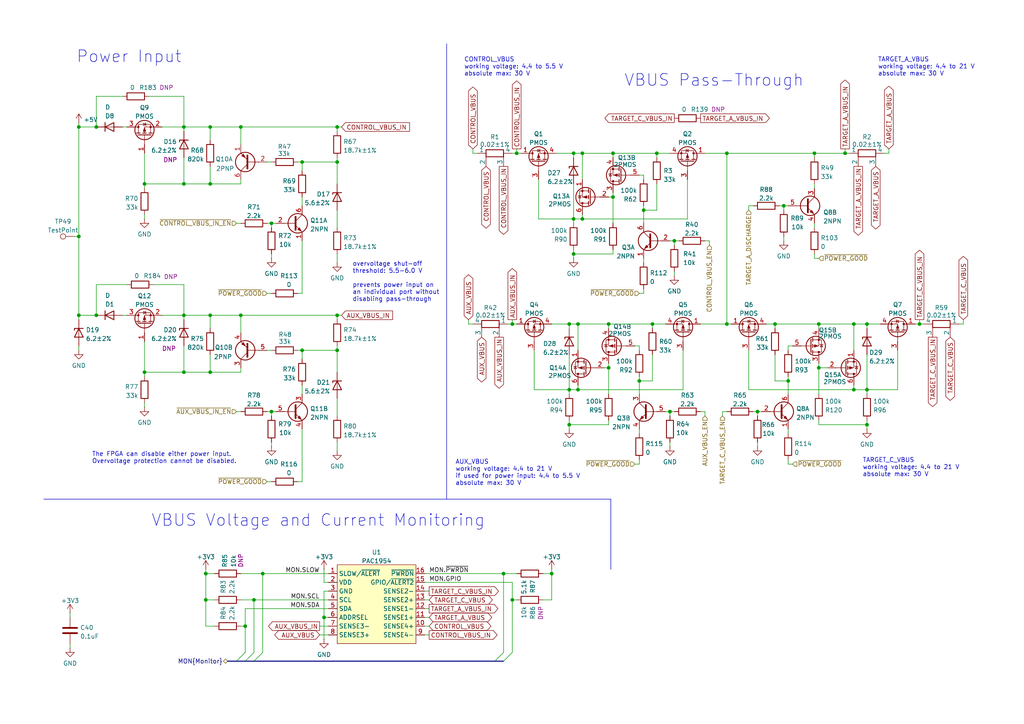
<source format=kicad_sch>
(kicad_sch (version 20231120) (generator "eeschema") (generator_version "8.0")
  (paper "A4")
  (title_block (title "${TITLE}") (date "${DATE}") (rev "${VERSION}") (company "${COPYRIGHT}") (comment 1 "${LICENSE}"))
  (lib_symbols
    (symbol "2PMOS_1" (pin_names hide)
      (property "Reference" "Q" (at -7.62 -7.62 0))
      (symbol "2PMOS_1_1_1"
        (pin passive line (at 0 -5.08 90) (length 2.54) (name "S") (number "1"))
        (pin passive line (at -7.62 0 0) (length 2.54) (name "G") (number "2"))
        (pin passive line (at 0 5.08 270) (length 2.54) (name "D") (number "6"))
      )
      (symbol "2PMOS_1_2_1"
        (pin passive line (at 0 5.08 270) (length 2.54) (name "D") (number "3"))
        (pin passive line (at 0 -5.08 90) (length 2.54) (name "S") (number "4"))
        (pin passive line (at -7.62 0 0) (length 2.54) (name "G") (number "5"))
      )
    )
    (symbol "2PMOS_2" (pin_names hide)
      (property "Reference" "Q" (at -7.62 -7.62 0))
      (symbol "2PMOS_2_1_1"
        (pin passive line (at 0 -5.08 90) (length 2.54) (name "S") (number "1"))
        (pin passive line (at -7.62 0 0) (length 2.54) (name "G") (number "2"))
        (pin passive line (at 0 5.08 270) (length 2.54) (name "D") (number "6"))
      )
      (symbol "2PMOS_2_2_1"
        (pin passive line (at 0 5.08 270) (length 2.54) (name "D") (number "3"))
        (pin passive line (at 0 -5.08 90) (length 2.54) (name "S") (number "4"))
        (pin passive line (at -7.62 0 0) (length 2.54) (name "G") (number "5"))
      )
    )
    (symbol "2PMOS_3" (pin_names hide)
      (property "Reference" "Q" (at -7.62 -7.62 0))
      (symbol "2PMOS_3_1_1"
        (pin passive line (at 0 -5.08 90) (length 2.54) (name "S") (number "1"))
        (pin passive line (at -7.62 0 0) (length 2.54) (name "G") (number "2"))
        (pin passive line (at 0 5.08 270) (length 2.54) (name "D") (number "6"))
      )
      (symbol "2PMOS_3_2_1"
        (pin passive line (at 0 5.08 270) (length 2.54) (name "D") (number "3"))
        (pin passive line (at 0 -5.08 90) (length 2.54) (name "S") (number "4"))
        (pin passive line (at -7.62 0 0) (length 2.54) (name "G") (number "5"))
      )
    )
    (symbol "2PMOS_4" (pin_names hide)
      (property "Reference" "Q" (at -7.62 -7.62 0))
      (symbol "2PMOS_4_1_1"
        (pin passive line (at 0 -5.08 90) (length 2.54) (name "S") (number "1"))
        (pin passive line (at -7.62 0 0) (length 2.54) (name "G") (number "2"))
        (pin passive line (at 0 5.08 270) (length 2.54) (name "D") (number "6"))
      )
      (symbol "2PMOS_4_2_1"
        (pin passive line (at 0 5.08 270) (length 2.54) (name "D") (number "3"))
        (pin passive line (at 0 -5.08 90) (length 2.54) (name "S") (number "4"))
        (pin passive line (at -7.62 0 0) (length 2.54) (name "G") (number "5"))
      )
    )
    (symbol "2PMOS_5" (pin_names hide)
      (property "Reference" "Q" (at -7.62 -7.62 0))
      (symbol "2PMOS_5_1_1"
        (pin passive line (at 0 -5.08 90) (length 2.54) (name "S") (number "1"))
        (pin passive line (at -7.62 0 0) (length 2.54) (name "G") (number "2"))
        (pin passive line (at 0 5.08 270) (length 2.54) (name "D") (number "6"))
      )
      (symbol "2PMOS_5_2_1"
        (pin passive line (at 0 5.08 270) (length 2.54) (name "D") (number "3"))
        (pin passive line (at 0 -5.08 90) (length 2.54) (name "S") (number "4"))
        (pin passive line (at -7.62 0 0) (length 2.54) (name "G") (number "5"))
      )
    )
    (symbol "Connector:TestPoint" (pin_numbers hide) (pin_names (offset 0.762) hide)
      (property "Reference" "TP" (at 0 6.858 0))
      (property "Value" "TestPoint" (at 0 5.08 0))
      (symbol "TestPoint_1_1"
        (pin passive line (at 0 0 90) (length 2.54) (name "1") (number "1"))
      )
    )
    (symbol "Device:C" (pin_numbers hide) (pin_names (offset 0.254))
      (property "Reference" "C" (at 0.635 2.54 0))
      (property "Value" "C" (at 0.635 -2.54 0))
      (symbol "C_1_1"
        (pin passive line (at 0 3.81 270) (length 2.794) (name "~") (number "1"))
        (pin passive line (at 0 -3.81 90) (length 2.794) (name "~") (number "2"))
      )
    )
    (symbol "Device:D" (pin_numbers hide) (pin_names (offset 1.016) hide)
      (property "Reference" "D" (at 0 2.54 0))
      (property "Value" "D" (at 0 -2.54 0))
      (symbol "D_1_1"
        (pin passive line (at -3.81 0 0) (length 2.54) (name "K") (number "1"))
        (pin passive line (at 3.81 0 180) (length 2.54) (name "A") (number "2"))
      )
    )
    (symbol "Device:D_Zener" (pin_numbers hide) (pin_names (offset 1.016) hide)
      (property "Reference" "D" (at 0 2.54 0))
      (property "Value" "D_Zener" (at 0 -2.54 0))
      (symbol "D_Zener_1_1"
        (pin passive line (at -3.81 0 0) (length 2.54) (name "K") (number "1"))
        (pin passive line (at 3.81 0 180) (length 2.54) (name "A") (number "2"))
      )
    )
    (symbol "Device:Q_Dual_PNP_PNP_E1B1C2E2B2C1" (pin_names (offset 0) hide)
      (property "Reference" "Q" (at 5.08 1.27 0))
      (property "Value" "Q_Dual_PNP_PNP_E1B1C2E2B2C1" (at 5.08 -1.27 0))
      (symbol "Q_Dual_PNP_PNP_E1B1C2E2B2C1_1_1"
        (pin passive line (at 2.54 -5.08 90) (length 2.54) (name "E1") (number "1"))
        (pin input line (at -5.08 0 0) (length 2.54) (name "B1") (number "2"))
        (pin passive line (at 2.54 5.08 270) (length 2.54) (name "C1") (number "6"))
      )
      (symbol "Q_Dual_PNP_PNP_E1B1C2E2B2C1_2_1"
        (pin passive line (at 2.54 5.08 270) (length 2.54) (name "C2") (number "3"))
        (pin passive line (at 2.54 -5.08 90) (length 2.54) (name "E2") (number "4"))
        (pin input line (at -5.08 0 0) (length 2.54) (name "B2") (number "5"))
      )
    )
    (symbol "Device:Q_PMOS_GSD" (pin_names (offset 0) hide)
      (property "Reference" "Q" (at 5.08 1.27 0))
      (property "Value" "Q_PMOS_GSD" (at 5.08 -1.27 0))
      (symbol "Q_PMOS_GSD_1_1"
        (pin input line (at -5.08 0 0) (length 2.54) (name "G") (number "1"))
        (pin passive line (at 2.54 -5.08 90) (length 2.54) (name "S") (number "2"))
        (pin passive line (at 2.54 5.08 270) (length 2.54) (name "D") (number "3"))
      )
    )
    (symbol "Device:R" (pin_numbers hide) (pin_names (offset 0))
      (property "Reference" "R" (at 2.032 0 90))
      (property "Value" "R" (at 0 0 90))
      (symbol "R_1_1"
        (pin passive line (at 0 3.81 270) (length 1.27) (name "~") (number "1"))
        (pin passive line (at 0 -3.81 90) (length 1.27) (name "~") (number "2"))
      )
    )
    (symbol "Device:R_Shunt" (pin_numbers hide) (pin_names (offset 0))
      (property "Reference" "R" (at -4.445 0 90))
      (property "Value" "R_Shunt" (at -2.54 0 90))
      (symbol "R_Shunt_1_1"
        (pin passive line (at 0 5.08 270) (length 2.54) (name "1") (number "1"))
        (pin passive line (at 3.81 2.54 180) (length 2.54) (name "2") (number "2"))
        (pin passive line (at 3.81 -2.54 180) (length 2.54) (name "3") (number "3"))
        (pin passive line (at 0 -5.08 90) (length 2.54) (name "4") (number "4"))
      )
    )
    (symbol "Project:2PMOS" (pin_names hide)
      (property "Reference" "Q" (at -7.62 -7.62 0))
      (symbol "2PMOS_1_1"
        (pin passive line (at 0 -5.08 90) (length 2.54) (name "S") (number "1"))
        (pin passive line (at -7.62 0 0) (length 2.54) (name "G") (number "2"))
        (pin passive line (at 0 5.08 270) (length 2.54) (name "D") (number "6"))
      )
      (symbol "2PMOS_2_1"
        (pin passive line (at 0 5.08 270) (length 2.54) (name "D") (number "3"))
        (pin passive line (at 0 -5.08 90) (length 2.54) (name "S") (number "4"))
        (pin passive line (at -7.62 0 0) (length 2.54) (name "G") (number "5"))
      )
    )
    (symbol "Transistor_BJT:BC847BS" (pin_names (offset 0) hide)
      (property "Reference" "Q" (at 5.08 1.27 0))
      (property "Value" "BC847BS" (at 5.08 -1.27 0))
      (symbol "BC847BS_1_1"
        (pin passive line (at 2.54 -5.08 90) (length 2.54) (name "E1") (number "1"))
        (pin input line (at -5.08 0 0) (length 2.54) (name "B1") (number "2"))
        (pin passive line (at 2.54 5.08 270) (length 2.54) (name "C1") (number "6"))
      )
      (symbol "BC847BS_2_1"
        (pin passive line (at 2.54 5.08 270) (length 2.54) (name "C2") (number "3"))
        (pin passive line (at 2.54 -5.08 90) (length 2.54) (name "E2") (number "4"))
        (pin input line (at -5.08 0 0) (length 2.54) (name "B2") (number "5"))
      )
    )
    (symbol "Transistor_FET:SiA449DJ" (pin_names hide)
      (property "Reference" "Q" (at 5.08 1.905 0))
      (property "Value" "SiA449DJ" (at 5.08 0 0))
      (symbol "SiA449DJ_1_1"
        (pin passive line (at 2.54 5.08 270) (length 2.54) (name "D") (number "1"))
        (pin passive line (at -5.08 0 0) (length 2.54) (name "G") (number "3"))
        (pin passive line (at 2.54 -5.08 90) (length 2.54) (name "S") (number "4"))
      )
    )
    (symbol "power:+3V3" (power) (pin_numbers hide) (pin_names (offset 0) hide)
      (property "Value" "+3V3" (at 0 3.556 0))
      (symbol "+3V3_1_1"
        (pin power_in line (at 0 0 90) (length 0) (name "~") (number "1"))
      )
    )
    (symbol "power:+5V" (power) (pin_numbers hide) (pin_names (offset 0) hide)
      (property "Value" "+5V" (at 0 3.556 0))
      (symbol "+5V_1_1"
        (pin power_in line (at 0 0 90) (length 0) (name "~") (number "1"))
      )
    )
    (symbol "power:GND" (power) (pin_numbers hide) (pin_names (offset 0) hide)
      (property "Value" "GND" (at 0 -3.81 0))
      (symbol "GND_1_1"
        (pin power_in line (at 0 0 270) (length 0) (name "~") (number "1"))
      )
    )
    (symbol "support_hardware:PAC195X-1-VQFN"
      (property "Reference" "U" (at 0 12.7 0))
      (property "Value" "PAC195X-1-VQFN" (at 0 -12.7 0))
      (symbol "PAC195X-1-VQFN_1_1"
        (pin bidirectional line (at -13.97 8.89 0) (length 2.54) (name "SLOW/~{ALERT}") (number "1"))
        (pin input line (at 13.97 -6.35 180) (length 2.54) (name "SENSE4+") (number "10"))
        (pin input line (at 13.97 -3.81 180) (length 2.54) (name "SENSE1+") (number "11"))
        (pin input line (at 13.97 -1.27 180) (length 2.54) (name "SENSE1-") (number "12"))
        (pin input line (at 13.97 1.27 180) (length 2.54) (name "SENSE2+") (number "13"))
        (pin input line (at 13.97 3.81 180) (length 2.54) (name "SENSE2-") (number "14"))
        (pin bidirectional line (at 13.97 6.35 180) (length 2.54) (name "GPIO/~{ALERT2}") (number "15"))
        (pin input line (at 13.97 8.89 180) (length 2.54) (name "~{PWRDN}") (number "16"))
        (pin power_in line (at -13.97 3.81 0) (length 2.54) hide (name "GND") (number "17"))
        (pin power_in line (at -13.97 6.35 0) (length 2.54) (name "VDD") (number "2"))
        (pin power_in line (at -13.97 3.81 0) (length 2.54) (name "GND") (number "3"))
        (pin input line (at -13.97 1.27 0) (length 2.54) (name "SCL") (number "4"))
        (pin bidirectional line (at -13.97 -1.27 0) (length 2.54) (name "SDA") (number "5"))
        (pin passive line (at -13.97 -3.81 0) (length 2.54) (name "ADDRSEL") (number "6"))
        (pin input line (at -13.97 -6.35 0) (length 2.54) (name "SENSE3-") (number "7"))
        (pin input line (at -13.97 -8.89 0) (length 2.54) (name "SENSE3+") (number "8"))
        (pin input line (at 13.97 -8.89 180) (length 2.54) (name "SENSE4-") (number "9"))
      )
    )
  )
  (bus_alias "Monitor" (members "SDA" "SCL" "SLOW" "GPIO" "~{PWRDN}"))
  (junction (at 97.79 91.44))
  (junction (at 59.69 166.37))
  (junction (at 167.64 93.98))
  (junction (at 22.86 91.44))
  (junction (at 97.79 36.83))
  (junction (at 165.1 123.19))
  (junction (at 73.66 173.99))
  (junction (at 41.91 53.34))
  (junction (at 247.65 113.03))
  (junction (at 41.91 107.95))
  (junction (at 251.46 93.98))
  (junction (at 60.96 91.44))
  (junction (at 168.91 44.45))
  (junction (at 227.33 59.69))
  (junction (at 60.96 53.34))
  (junction (at 53.34 107.95))
  (junction (at 177.8 44.45))
  (junction (at 60.96 107.95))
  (junction (at 97.79 46.99))
  (junction (at 148.59 93.98))
  (junction (at 236.22 44.45))
  (junction (at 195.58 69.85))
  (junction (at 149.86 44.45))
  (junction (at 60.96 36.83))
  (junction (at 186.69 60.96))
  (junction (at 166.37 44.45))
  (junction (at 146.05 166.37))
  (junction (at 165.1 113.03))
  (junction (at 219.71 119.38))
  (junction (at 27.94 91.44))
  (junction (at 87.63 46.99))
  (junction (at 251.46 113.03))
  (junction (at 185.42 110.49))
  (junction (at 228.6 110.49))
  (junction (at 22.86 68.58))
  (junction (at 27.94 36.83))
  (junction (at 78.74 119.38))
  (junction (at 251.46 123.19))
  (junction (at 166.37 73.66))
  (junction (at 210.82 44.45))
  (junction (at 53.34 53.34))
  (junction (at 53.34 36.83))
  (junction (at 69.85 36.83))
  (junction (at 93.98 179.07))
  (junction (at 177.8 57.15))
  (junction (at 266.7 93.98))
  (junction (at 53.34 91.44))
  (junction (at 69.85 91.44))
  (junction (at 245.11 44.45))
  (junction (at 76.2 166.37))
  (junction (at 87.63 101.6))
  (junction (at 59.69 173.99))
  (junction (at 166.37 63.5))
  (junction (at 71.12 181.61))
  (junction (at 78.74 64.77))
  (junction (at 176.53 106.68))
  (junction (at 210.82 93.98))
  (junction (at 247.65 93.98))
  (junction (at 97.79 101.6))
  (junction (at 148.59 173.99))
  (junction (at 190.5 44.45))
  (junction (at 224.79 93.98))
  (junction (at 22.86 36.83))
  (junction (at 176.53 93.98))
  (junction (at 160.02 166.37))
  (junction (at 194.31 119.38))
  (junction (at 237.49 106.68))
  (junction (at 189.23 93.98))
  (junction (at 165.1 93.98))
  (junction (at 167.64 113.03))
  (junction (at 237.49 93.98))
  (junction (at 168.91 63.5))
  (bus_entry (at 148.59 189.23) (size -2.54 2.54))
  (bus_entry (at 146.05 189.23) (size -2.54 2.54))
  (bus_entry (at 73.66 189.23) (size -2.54 2.54))
  (bus_entry (at 76.2 189.23) (size -2.54 2.54))
  (bus_entry (at 71.12 189.23) (size -2.54 2.54))
  (wire (pts (xy 236.22 45.72) (xy 236.22 44.45)))
  (wire (pts (xy 228.6 133.35) (xy 228.6 134.62)))
  (wire (pts (xy 251.46 121.92) (xy 251.46 123.19)))
  (wire (pts (xy 60.96 40.64) (xy 60.96 36.83)))
  (wire (pts (xy 148.59 168.91) (xy 148.59 173.99)))
  (wire (pts (xy 227.33 59.69) (xy 228.6 59.69)))
  (wire (pts (xy 148.59 173.99) (xy 149.86 173.99)))
  (wire (pts (xy 59.69 166.37) (xy 62.23 166.37)))
  (bus (pts (xy 143.51 191.77) (xy 73.66 191.77)))
  (wire (pts (xy 124.46 179.07) (xy 123.19 179.07)))
  (wire (pts (xy 59.69 181.61) (xy 62.23 181.61)))
  (wire (pts (xy 78.74 64.77) (xy 77.47 64.77)))
  (wire (pts (xy 217.17 60.96) (xy 217.17 59.69)))
  (wire (pts (xy 97.79 46.99) (xy 97.79 53.34)))
  (wire (pts (xy 247.65 113.03) (xy 251.46 113.03)))
  (wire (pts (xy 251.46 113.03) (xy 260.35 113.03)))
  (wire (pts (xy 176.53 121.92) (xy 176.53 123.19)))
  (wire (pts (xy 251.46 123.19) (xy 251.46 124.46)))
  (wire (pts (xy 198.12 113.03) (xy 198.12 101.6)))
  (wire (pts (xy 60.96 36.83) (xy 69.85 36.83)))
  (wire (pts (xy 247.65 93.98) (xy 247.65 101.6)))
  (wire (pts (xy 165.1 95.25) (xy 165.1 93.98)))
  (wire (pts (xy 186.69 60.96) (xy 186.69 64.77)))
  (wire (pts (xy 95.25 173.99) (xy 73.66 173.99)))
  (wire (pts (xy 203.2 119.38) (xy 204.47 119.38)))
  (wire (pts (xy 78.74 119.38) (xy 77.47 119.38)))
  (wire (pts (xy 228.6 134.62) (xy 229.87 134.62)))
  (wire (pts (xy 247.65 111.76) (xy 247.65 113.03)))
  (wire (pts (xy 251.46 93.98) (xy 247.65 93.98)))
  (wire (pts (xy 93.98 168.91) (xy 95.25 168.91)))
  (wire (pts (xy 22.86 91.44) (xy 22.86 92.71)))
  (wire (pts (xy 146.05 166.37) (xy 146.05 189.23)))
  (wire (pts (xy 210.82 93.98) (xy 212.09 93.98)))
  (wire (pts (xy 60.96 53.34) (xy 53.34 53.34)))
  (wire (pts (xy 92.71 181.61) (xy 95.25 181.61)))
  (wire (pts (xy 22.86 36.83) (xy 22.86 68.58)))
  (wire (pts (xy 95.25 179.07) (xy 93.98 179.07)))
  (wire (pts (xy 194.31 128.27) (xy 194.31 129.54)))
  (wire (pts (xy 60.96 91.44) (xy 53.34 91.44)))
  (wire (pts (xy 77.47 46.99) (xy 78.74 46.99)))
  (wire (pts (xy 77.47 101.6) (xy 78.74 101.6)))
  (wire (pts (xy 224.79 93.98) (xy 222.25 93.98)))
  (wire (pts (xy 93.98 179.07) (xy 93.98 185.42)))
  (wire (pts (xy 73.66 173.99) (xy 69.85 173.99)))
  (wire (pts (xy 69.85 36.83) (xy 69.85 41.91)))
  (wire (pts (xy 53.34 45.72) (xy 53.34 53.34)))
  (wire (pts (xy 137.16 44.45) (xy 138.43 44.45)))
  (wire (pts (xy 87.63 46.99) (xy 97.79 46.99)))
  (wire (pts (xy 60.96 107.95) (xy 53.34 107.95)))
  (wire (pts (xy 194.31 119.38) (xy 195.58 119.38)))
  (wire (pts (xy 219.71 119.38) (xy 220.98 119.38)))
  (wire (pts (xy 53.34 27.94) (xy 53.34 36.83)))
  (wire (pts (xy 165.1 113.03) (xy 167.64 113.03)))
  (wire (pts (xy 87.63 49.53) (xy 87.63 46.99)))
  (wire (pts (xy 78.74 66.04) (xy 78.74 64.77)))
  (wire (pts (xy 154.94 113.03) (xy 165.1 113.03)))
  (wire (pts (xy 176.53 106.68) (xy 176.53 105.41)))
  (wire (pts (xy 237.49 95.25) (xy 237.49 93.98)))
  (wire (pts (xy 53.34 100.33) (xy 53.34 107.95)))
  (wire (pts (xy 236.22 53.34) (xy 236.22 54.61)))
  (wire (pts (xy 95.25 171.45) (xy 93.98 171.45)))
  (wire (pts (xy 53.34 91.44) (xy 46.99 91.44)))
  (wire (pts (xy 177.8 57.15) (xy 177.8 64.77)))
  (wire (pts (xy 77.47 139.7) (xy 78.74 139.7)))
  (wire (pts (xy 156.21 63.5) (xy 156.21 52.07)))
  (wire (pts (xy 176.53 95.25) (xy 176.53 93.98)))
  (wire (pts (xy 209.55 119.38) (xy 209.55 120.65)))
  (wire (pts (xy 228.6 110.49) (xy 224.79 110.49)))
  (bus (pts (xy 71.12 191.77) (xy 68.58 191.77)))
  (wire (pts (xy 168.91 52.07) (xy 168.91 44.45)))
  (wire (pts (xy 99.06 91.44) (xy 97.79 91.44)))
  (wire (pts (xy 194.31 120.65) (xy 194.31 119.38)))
  (wire (pts (xy 59.69 173.99) (xy 59.69 181.61)))
  (wire (pts (xy 228.6 110.49) (xy 228.6 114.3)))
  (wire (pts (xy 167.64 93.98) (xy 176.53 93.98)))
  (polyline (pts (xy 12.7 144.78) (xy 177.165 144.78)))
  (wire (pts (xy 260.35 101.6) (xy 260.35 113.03)))
  (wire (pts (xy 226.06 59.69) (xy 227.33 59.69)))
  (wire (pts (xy 87.63 101.6) (xy 97.79 101.6)))
  (wire (pts (xy 167.64 113.03) (xy 167.64 111.76)))
  (wire (pts (xy 177.8 45.72) (xy 177.8 44.45)))
  (wire (pts (xy 76.2 166.37) (xy 76.2 189.23)))
  (wire (pts (xy 168.91 44.45) (xy 177.8 44.45)))
  (wire (pts (xy 157.48 166.37) (xy 160.02 166.37)))
  (wire (pts (xy 149.86 44.45) (xy 151.13 44.45)))
  (wire (pts (xy 161.29 44.45) (xy 166.37 44.45)))
  (wire (pts (xy 251.46 95.25) (xy 251.46 93.98)))
  (wire (pts (xy 97.79 101.6) (xy 97.79 107.95)))
  (wire (pts (xy 166.37 74.93) (xy 166.37 73.66)))
  (wire (pts (xy 92.71 184.15) (xy 95.25 184.15)))
  (wire (pts (xy 60.96 91.44) (xy 69.85 91.44)))
  (wire (pts (xy 165.1 124.46) (xy 165.1 123.19)))
  (wire (pts (xy 224.79 95.25) (xy 224.79 93.98)))
  (wire (pts (xy 69.85 36.83) (xy 97.79 36.83)))
  (wire (pts (xy 69.85 91.44) (xy 97.79 91.44)))
  (wire (pts (xy 165.1 93.98) (xy 167.64 93.98)))
  (wire (pts (xy 41.91 109.22) (xy 41.91 107.95)))
  (wire (pts (xy 185.42 110.49) (xy 189.23 110.49)))
  (bus (pts (xy 146.05 191.77) (xy 143.51 191.77)))
  (polyline (pts (xy 177.165 165.1) (xy 177.165 144.78)))
  (wire (pts (xy 53.34 107.95) (xy 41.91 107.95)))
  (wire (pts (xy 160.02 165.1) (xy 160.02 166.37)))
  (wire (pts (xy 255.27 93.98) (xy 251.46 93.98)))
  (wire (pts (xy 148.59 92.71) (xy 148.59 93.98)))
  (wire (pts (xy 236.22 44.45) (xy 245.11 44.45)))
  (wire (pts (xy 87.63 69.85) (xy 87.63 85.09)))
  (wire (pts (xy 217.17 113.03) (xy 247.65 113.03)))
  (wire (pts (xy 184.15 134.62) (xy 185.42 134.62)))
  (wire (pts (xy 219.71 119.38) (xy 219.71 120.65)))
  (wire (pts (xy 166.37 53.34) (xy 166.37 63.5)))
  (wire (pts (xy 266.7 92.71) (xy 266.7 93.98)))
  (wire (pts (xy 195.58 69.85) (xy 196.85 69.85)))
  (wire (pts (xy 257.81 44.45) (xy 256.54 44.45)))
  (wire (pts (xy 87.63 85.09) (xy 86.36 85.09)))
  (wire (pts (xy 160.02 93.98) (xy 165.1 93.98)))
  (wire (pts (xy 204.47 69.85) (xy 205.74 69.85)))
  (wire (pts (xy 97.79 115.57) (xy 97.79 120.65)))
  (wire (pts (xy 146.05 166.37) (xy 149.86 166.37)))
  (wire (pts (xy 237.49 105.41) (xy 237.49 106.68)))
  (wire (pts (xy 53.34 53.34) (xy 41.91 53.34)))
  (wire (pts (xy 166.37 63.5) (xy 168.91 63.5)))
  (wire (pts (xy 228.6 109.22) (xy 228.6 110.49)))
  (wire (pts (xy 97.79 91.44) (xy 97.79 92.71)))
  (wire (pts (xy 189.23 110.49) (xy 189.23 102.87)))
  (wire (pts (xy 186.69 50.8) (xy 186.69 52.07)))
  (wire (pts (xy 78.74 73.66) (xy 78.74 74.93)))
  (wire (pts (xy 97.79 73.66) (xy 97.79 76.2)))
  (wire (pts (xy 266.7 93.98) (xy 267.97 93.98)))
  (wire (pts (xy 80.01 64.77) (xy 78.74 64.77)))
  (wire (pts (xy 176.53 93.98) (xy 189.23 93.98)))
  (wire (pts (xy 209.55 119.38) (xy 210.82 119.38)))
  (wire (pts (xy 228.6 100.33) (xy 229.87 100.33)))
  (wire (pts (xy 69.85 106.68) (xy 69.85 107.95)))
  (wire (pts (xy 228.6 124.46) (xy 228.6 125.73)))
  (wire (pts (xy 35.56 27.94) (xy 27.94 27.94)))
  (wire (pts (xy 257.81 44.45) (xy 257.81 43.18)))
  (wire (pts (xy 21.59 68.58) (xy 22.86 68.58)))
  (wire (pts (xy 53.34 92.71) (xy 53.34 91.44)))
  (wire (pts (xy 123.19 168.91) (xy 148.59 168.91)))
  (wire (pts (xy 204.47 44.45) (xy 210.82 44.45)))
  (wire (pts (xy 124.46 173.99) (xy 123.19 173.99)))
  (wire (pts (xy 69.85 107.95) (xy 60.96 107.95)))
  (wire (pts (xy 251.46 114.3) (xy 251.46 113.03)))
  (wire (pts (xy 227.33 68.58) (xy 227.33 69.85)))
  (wire (pts (xy 86.36 101.6) (xy 87.63 101.6)))
  (wire (pts (xy 36.83 82.55) (xy 27.94 82.55)))
  (wire (pts (xy 167.64 113.03) (xy 198.12 113.03)))
  (wire (pts (xy 69.85 53.34) (xy 60.96 53.34)))
  (wire (pts (xy 186.69 59.69) (xy 186.69 60.96)))
  (wire (pts (xy 93.98 171.45) (xy 93.98 179.07)))
  (wire (pts (xy 93.98 165.1) (xy 93.98 168.91)))
  (wire (pts (xy 166.37 72.39) (xy 166.37 73.66)))
  (wire (pts (xy 194.31 69.85) (xy 195.58 69.85)))
  (wire (pts (xy 53.34 36.83) (xy 46.99 36.83)))
  (wire (pts (xy 166.37 45.72) (xy 166.37 44.45)))
  (wire (pts (xy 87.63 124.46) (xy 87.63 139.7)))
  (wire (pts (xy 124.46 184.15) (xy 123.19 184.15)))
  (wire (pts (xy 245.11 44.45) (xy 246.38 44.45)))
  (wire (pts (xy 265.43 93.98) (xy 266.7 93.98)))
  (wire (pts (xy 41.91 118.11) (xy 41.91 116.84)))
  (wire (pts (xy 86.36 46.99) (xy 87.63 46.99)))
  (wire (pts (xy 184.15 100.33) (xy 185.42 100.33)))
  (wire (pts (xy 279.4 93.98) (xy 279.4 92.71)))
  (wire (pts (xy 59.69 166.37) (xy 59.69 173.99)))
  (wire (pts (xy 22.86 100.33) (xy 22.86 101.6)))
  (wire (pts (xy 59.69 166.37) (xy 59.69 165.1)))
  (wire (pts (xy 176.53 106.68) (xy 176.53 114.3)))
  (wire (pts (xy 78.74 128.27) (xy 78.74 129.54)))
  (wire (pts (xy 177.8 57.15) (xy 177.8 55.88)))
  (wire (pts (xy 237.49 123.19) (xy 251.46 123.19)))
  (wire (pts (xy 204.47 120.65) (xy 204.47 119.38)))
  (wire (pts (xy 166.37 73.66) (xy 177.8 73.66)))
  (wire (pts (xy 149.86 93.98) (xy 148.59 93.98)))
  (wire (pts (xy 123.19 166.37) (xy 146.05 166.37)))
  (wire (pts (xy 148.59 44.45) (xy 149.86 44.45)))
  (wire (pts (xy 53.34 82.55) (xy 53.34 91.44)))
  (wire (pts (xy 186.69 60.96) (xy 190.5 60.96)))
  (wire (pts (xy 71.12 181.61) (xy 71.12 189.23)))
  (wire (pts (xy 22.86 36.83) (xy 22.86 35.56)))
  (wire (pts (xy 60.96 102.87) (xy 60.96 107.95)))
  (wire (pts (xy 76.2 166.37) (xy 69.85 166.37)))
  (wire (pts (xy 227.33 60.96) (xy 227.33 59.69)))
  (wire (pts (xy 41.91 53.34) (xy 41.91 44.45)))
  (wire (pts (xy 73.66 173.99) (xy 73.66 189.23)))
  (wire (pts (xy 22.86 91.44) (xy 27.94 91.44)))
  (wire (pts (xy 97.79 101.6) (xy 97.79 100.33)))
  (wire (pts (xy 22.86 91.44) (xy 22.86 68.58)))
  (wire (pts (xy 87.63 57.15) (xy 87.63 59.69)))
  (wire (pts (xy 168.91 63.5) (xy 168.91 62.23)))
  (wire (pts (xy 167.64 101.6) (xy 167.64 93.98)))
  (wire (pts (xy 177.8 44.45) (xy 190.5 44.45)))
  (wire (pts (xy 166.37 63.5) (xy 166.37 64.77)))
  (wire (pts (xy 236.22 64.77) (xy 236.22 66.04)))
  (wire (pts (xy 20.32 177.8) (xy 20.32 179.07)))
  (wire (pts (xy 237.49 106.68) (xy 237.49 114.3)))
  (wire (pts (xy 185.42 85.09) (xy 186.69 85.09)))
  (wire (pts (xy 236.22 73.66) (xy 236.22 74.93)))
  (wire (pts (xy 186.69 85.09) (xy 186.69 83.82)))
  (wire (pts (xy 148.59 173.99) (xy 148.59 189.23)))
  (wire (pts (xy 60.96 48.26) (xy 60.96 53.34)))
  (wire (pts (xy 156.21 63.5) (xy 166.37 63.5)))
  (wire (pts (xy 190.5 44.45) (xy 194.31 44.45)))
  (wire (pts (xy 195.58 71.12) (xy 195.58 69.85)))
  (wire (pts (xy 135.89 92.71) (xy 135.89 93.98)))
  (wire (pts (xy 205.74 69.85) (xy 205.74 71.12)))
  (wire (pts (xy 69.85 64.77) (xy 68.58 64.77)))
  (wire (pts (xy 80.01 119.38) (xy 78.74 119.38)))
  (wire (pts (xy 71.12 176.53) (xy 71.12 181.61)))
  (wire (pts (xy 137.16 43.18) (xy 137.16 44.45)))
  (wire (pts (xy 186.69 76.2) (xy 186.69 74.93)))
  (wire (pts (xy 237.49 121.92) (xy 237.49 123.19)))
  (wire (pts (xy 36.83 36.83) (xy 35.56 36.83)))
  (wire (pts (xy 228.6 101.6) (xy 228.6 100.33)))
  (wire (pts (xy 195.58 80.01) (xy 195.58 78.74)))
  (wire (pts (xy 41.91 63.5) (xy 41.91 62.23)))
  (wire (pts (xy 237.49 93.98) (xy 224.79 93.98)))
  (wire (pts (xy 185.42 109.22) (xy 185.42 110.49)))
  (wire (pts (xy 165.1 102.87) (xy 165.1 113.03)))
  (wire (pts (xy 60.96 36.83) (xy 53.34 36.83)))
  (wire (pts (xy 185.42 50.8) (xy 186.69 50.8)))
  (wire (pts (xy 185.42 100.33) (xy 185.42 101.6)))
  (wire (pts (xy 168.91 63.5) (xy 199.39 63.5)))
  (wire (pts (xy 78.74 120.65) (xy 78.74 119.38)))
  (wire (pts (xy 189.23 95.25) (xy 189.23 93.98)))
  (polyline (pts (xy 129.54 12.7) (xy 129.54 144.78)))
  (wire (pts (xy 224.79 110.49) (xy 224.79 102.87)))
  (wire (pts (xy 218.44 119.38) (xy 219.71 119.38)))
  (wire (pts (xy 69.85 52.07) (xy 69.85 53.34)))
  (wire (pts (xy 77.47 85.09) (xy 78.74 85.09)))
  (wire (pts (xy 165.1 113.03) (xy 165.1 114.3)))
  (wire (pts (xy 247.65 93.98) (xy 237.49 93.98)))
  (wire (pts (xy 165.1 121.92) (xy 165.1 123.19)))
  (wire (pts (xy 95.25 166.37) (xy 76.2 166.37)))
  (wire (pts (xy 193.04 119.38) (xy 194.31 119.38)))
  (wire (pts (xy 123.19 181.61) (xy 124.46 181.61)))
  (wire (pts (xy 44.45 82.55) (xy 53.34 82.55)))
  (wire (pts (xy 71.12 181.61) (xy 69.85 181.61)))
  (wire (pts (xy 69.85 91.44) (xy 69.85 96.52)))
  (wire (pts (xy 217.17 101.6) (xy 217.17 113.03)))
  (wire (pts (xy 157.48 173.99) (xy 160.02 173.99)))
  (wire (pts (xy 97.79 36.83) (xy 97.79 38.1)))
  (wire (pts (xy 97.79 60.96) (xy 97.79 66.04)))
  (wire (pts (xy 185.42 125.73) (xy 185.42 124.46)))
  (wire (pts (xy 203.2 93.98) (xy 210.82 93.98)))
  (wire (pts (xy 87.63 139.7) (xy 86.36 139.7)))
  (wire (pts (xy 154.94 101.6) (xy 154.94 113.03)))
  (wire (pts (xy 123.19 176.53) (xy 124.46 176.53)))
  (bus (pts (xy 73.66 191.77) (xy 71.12 191.77)))
  (wire (pts (xy 240.03 106.68) (xy 237.49 106.68)))
  (wire (pts (xy 59.69 173.99) (xy 62.23 173.99)))
  (wire (pts (xy 185.42 110.49) (xy 185.42 114.3)))
  (wire (pts (xy 245.11 44.45) (xy 245.11 43.18)))
  (wire (pts (xy 190.5 45.72) (xy 190.5 44.45)))
  (wire (pts (xy 210.82 44.45) (xy 210.82 93.98)))
  (wire (pts (xy 69.85 119.38) (xy 68.58 119.38)))
  (wire (pts (xy 95.25 176.53) (xy 71.12 176.53)))
  (wire (pts (xy 278.13 93.98) (xy 279.4 93.98)))
  (wire (pts (xy 190.5 60.96) (xy 190.5 53.34)))
  (wire (pts (xy 177.8 72.39) (xy 177.8 73.66)))
  (wire (pts (xy 236.22 74.93) (xy 237.49 74.93)))
  (wire (pts (xy 99.06 36.83) (xy 97.79 36.83)))
  (wire (pts (xy 97.79 128.27) (xy 97.79 130.81)))
  (wire (pts (xy 87.63 104.14) (xy 87.63 101.6)))
  (wire (pts (xy 149.86 44.45) (xy 149.86 43.18)))
  (wire (pts (xy 217.17 59.69) (xy 218.44 59.69)))
  (wire (pts (xy 148.59 93.98) (xy 147.32 93.98)))
  (wire (pts (xy 41.91 54.61) (xy 41.91 53.34)))
  (wire (pts (xy 199.39 63.5) (xy 199.39 52.07)))
  (wire (pts (xy 210.82 44.45) (xy 236.22 44.45)))
  (wire (pts (xy 27.94 27.94) (xy 27.94 36.83)))
  (wire (pts (xy 123.19 171.45) (xy 124.46 171.45)))
  (wire (pts (xy 27.94 82.55) (xy 27.94 91.44)))
  (wire (pts (xy 97.79 46.99) (xy 97.79 45.72)))
  (wire (pts (xy 185.42 134.62) (xy 185.42 133.35)))
  (wire (pts (xy 60.96 95.25) (xy 60.96 91.44)))
  (wire (pts (xy 189.23 93.98) (xy 193.04 93.98)))
  (wire (pts (xy 87.63 111.76) (xy 87.63 114.3)))
  (wire (pts (xy 137.16 93.98) (xy 135.89 93.98)))
  (wire (pts (xy 219.71 128.27) (xy 219.71 129.54)))
  (wire (pts (xy 165.1 123.19) (xy 176.53 123.19)))
  (bus (pts (xy 68.58 191.77) (xy 66.04 191.77)))
  (wire (pts (xy 160.02 166.37) (xy 160.02 173.99)))
  (wire (pts (xy 175.26 106.68) (xy 176.53 106.68)))
  (wire (pts (xy 36.83 91.44) (xy 35.56 91.44)))
  (wire (pts (xy 41.91 107.95) (xy 41.91 99.06)))
  (wire (pts (xy 53.34 38.1) (xy 53.34 36.83)))
  (wire (pts (xy 166.37 44.45) (xy 168.91 44.45)))
  (wire (pts (xy 176.53 57.15) (xy 177.8 57.15)))
  (wire (pts (xy 251.46 102.87) (xy 251.46 113.03)))
  (wire (pts (xy 20.32 186.69) (xy 20.32 187.96)))
  (wire (pts (xy 43.18 27.94) (xy 53.34 27.94)))
  (wire (pts (xy 27.94 36.83) (xy 22.86 36.83)))
  (text "VBUS Voltage and Current Monitoring" (at 43.815 153.035 0) (effects (font (size 3.4036 3.4036)) (justify left bottom)))
  (text "overvoltage shut-off\nthreshold: 5.5-6.0 V\n\nprevents power input on\nan individual port without\ndisabling pass-through" (at 102.235 87.63 0) (effects (font (size 1.27 1.27)) (justify left bottom)))
  (text "CONTROL_VBUS\nworking voltage: 4.4 to 5.5 V\nabsolute max: 30 V" (at 134.62 22.225 0) (effects (font (size 1.27 1.27)) (justify left bottom)))
  (text "TARGET_C_VBUS\nworking voltage: 4.4 to 21 V\nabsolute max: 30 V" (at 250.19 138.43 0) (effects (font (size 1.27 1.27)) (justify left bottom)))
  (text "VBUS Pass-Through" (at 180.975 25.4 0) (effects (font (size 3.4036 3.4036)) (justify left bottom)))
  (text "The FPGA can disable either power input.\nOvervoltage protection cannot be disabled." (at 26.67 134.62 0) (effects (font (size 1.27 1.27)) (justify left bottom)))
  (text "AUX_VBUS\nworking voltage: 4.4 to 21 V\nif used for power input: 4.4 to 5.5 V\nabsolute max: 30 V" (at 132.08 140.97 0) (effects (font (size 1.27 1.27)) (justify left bottom)))
  (text "Power Input" (at 22.098 18.542 0) (effects (font (size 3.4036 3.4036)) (justify left bottom)))
  (text "TARGET_A_VBUS\nworking voltage: 4.4 to 21 V\nabsolute max: 30 V" (at 254.635 22.225 0) (effects (font (size 1.27 1.27)) (justify left bottom)))
  (label "MON.GPIO" (at 124.46 168.91 0))
  (label "MON.SDA" (at 92.71 176.53 180))
  (label "MON.SCL" (at 92.71 173.99 180))
  (label "MON.~{PWRDN}" (at 124.46 166.37 0))
  (label "MON.SLOW" (at 92.71 166.37 180))
  (global_label "TARGET_C_VBUS" (shape bidirectional) (at 279.4 92.71 90) (property "Intersheetrefs" "${INTERSHEET_REFS}" (effects (hide yes))))
  (global_label "TARGET_C_VBUS" (shape bidirectional) (at 275.59 97.79 270) (property "Intersheetrefs" "${INTERSHEET_REFS}" (effects (hide yes))))
  (global_label "TARGET_A_VBUS_IN" (shape output) (at 203.2 34.29 0) (property "Intersheetrefs" "${INTERSHEET_REFS}" (effects (hide yes))))
  (global_label "AUX_VBUS_IN" (shape input) (at 99.06 91.44 0) (property "Intersheetrefs" "${INTERSHEET_REFS}" (effects (hide yes))))
  (global_label "AUX_VBUS_IN" (shape output) (at 148.59 92.71 90) (property "Intersheetrefs" "${INTERSHEET_REFS}" (effects (hide yes))))
  (global_label "TARGET_A_VBUS" (shape bidirectional) (at 254 48.26 270) (property "Intersheetrefs" "${INTERSHEET_REFS}" (effects (hide yes))))
  (global_label "CONTROL_VBUS_IN" (shape input) (at 99.06 36.83 0) (property "Intersheetrefs" "${INTERSHEET_REFS}" (effects (hide yes))))
  (global_label "AUX_VBUS_IN" (shape output) (at 144.78 97.79 270) (property "Intersheetrefs" "${INTERSHEET_REFS}" (effects (hide yes))))
  (global_label "CONTROL_VBUS" (shape bidirectional) (at 140.97 48.26 270) (property "Intersheetrefs" "${INTERSHEET_REFS}" (effects (hide yes))))
  (global_label "TARGET_C_VBUS" (shape bidirectional) (at 124.46 173.99 0) (property "Intersheetrefs" "${INTERSHEET_REFS}" (effects (hide yes))))
  (global_label "TARGET_C_VBUS_IN" (shape output) (at 270.51 97.79 270) (property "Intersheetrefs" "${INTERSHEET_REFS}" (effects (hide yes))))
  (global_label "AUX_VBUS_IN" (shape output) (at 92.71 181.61 180) (property "Intersheetrefs" "${INTERSHEET_REFS}" (effects (hide yes))))
  (global_label "TARGET_A_VBUS_IN" (shape output) (at 248.92 48.26 270) (property "Intersheetrefs" "${INTERSHEET_REFS}" (effects (hide yes))))
  (global_label "TARGET_A_VBUS_IN" (shape output) (at 245.11 43.18 90) (property "Intersheetrefs" "${INTERSHEET_REFS}" (effects (hide yes))))
  (global_label "CONTROL_VBUS" (shape bidirectional) (at 137.16 43.18 90) (property "Intersheetrefs" "${INTERSHEET_REFS}" (effects (hide yes))))
  (global_label "TARGET_C_VBUS_IN" (shape output) (at 195.58 34.29 180) (property "Intersheetrefs" "${INTERSHEET_REFS}" (effects (hide yes))))
  (global_label "CONTROL_VBUS" (shape bidirectional) (at 124.46 181.61 0) (property "Intersheetrefs" "${INTERSHEET_REFS}" (effects (hide yes))))
  (global_label "TARGET_C_VBUS_IN" (shape output) (at 266.7 92.71 90) (property "Intersheetrefs" "${INTERSHEET_REFS}" (effects (hide yes))))
  (global_label "TARGET_A_VBUS_IN" (shape output) (at 124.46 176.53 0) (property "Intersheetrefs" "${INTERSHEET_REFS}" (effects (hide yes))))
  (global_label "CONTROL_VBUS_IN" (shape output) (at 124.46 184.15 0) (property "Intersheetrefs" "${INTERSHEET_REFS}" (effects (hide yes))))
  (global_label "CONTROL_VBUS_IN" (shape output) (at 146.05 48.26 270) (property "Intersheetrefs" "${INTERSHEET_REFS}" (effects (hide yes))))
  (global_label "TARGET_A_VBUS" (shape bidirectional) (at 124.46 179.07 0) (property "Intersheetrefs" "${INTERSHEET_REFS}" (effects (hide yes))))
  (global_label "CONTROL_VBUS_IN" (shape output) (at 149.86 43.18 90) (property "Intersheetrefs" "${INTERSHEET_REFS}" (effects (hide yes))))
  (global_label "TARGET_C_VBUS_IN" (shape output) (at 124.46 171.45 0) (property "Intersheetrefs" "${INTERSHEET_REFS}" (effects (hide yes))))
  (global_label "AUX_VBUS" (shape bidirectional) (at 92.71 184.15 180) (property "Intersheetrefs" "${INTERSHEET_REFS}" (effects (hide yes))))
  (global_label "AUX_VBUS" (shape bidirectional) (at 135.89 92.71 90) (property "Intersheetrefs" "${INTERSHEET_REFS}" (effects (hide yes))))
  (global_label "AUX_VBUS" (shape bidirectional) (at 139.7 97.79 270) (property "Intersheetrefs" "${INTERSHEET_REFS}" (effects (hide yes))))
  (global_label "TARGET_A_VBUS" (shape bidirectional) (at 257.81 43.18 90) (property "Intersheetrefs" "${INTERSHEET_REFS}" (effects (hide yes))))
  (hierarchical_label "~{POWER_GOOD}" (shape input) (at 77.47 139.7 180))
  (hierarchical_label "~{POWER_GOOD}" (shape input) (at 229.87 134.62 0))
  (hierarchical_label "~{AUX_VBUS_IN_EN}" (shape input) (at 68.58 119.38 180))
  (hierarchical_label "~{POWER_GOOD}" (shape input) (at 185.42 85.09 180))
  (hierarchical_label "~{CONTROL_VBUS_IN_EN}" (shape input) (at 68.58 64.77 180))
  (hierarchical_label "MON{Monitor}" (shape bidirectional) (at 66.04 191.77 180))
  (hierarchical_label "~{POWER_GOOD}" (shape input) (at 77.47 85.09 180))
  (hierarchical_label "TARGET_A_DISCHARGE" (shape input) (at 217.17 60.96 270))
  (hierarchical_label "CONTROL_VBUS_EN" (shape input) (at 205.74 71.12 270))
  (hierarchical_label "TARGET_C_VBUS_EN" (shape input) (at 209.55 120.65 270))
  (hierarchical_label "AUX_VBUS_EN" (shape input) (at 204.47 120.65 270))
  (hierarchical_label "~{POWER_GOOD}" (shape input) (at 237.49 74.93 0))
  (hierarchical_label "~{POWER_GOOD}" (shape input) (at 184.15 134.62 180))
  (symbol (lib_id "Device:D_Zener") (at 166.37 49.53 90) (mirror x) (unit 1)
    (property "Reference" "D27" (at 158.75 50.165 90) (effects (justify right)))
    (property "Value" "6.2±2%" (at 158.75 52.7019 90) (effects (justify right)))
    (property "Footprint" "cynthion:DFN1006-2" (effects (hide yes)))
    (property "Description" "Zener diode" (effects (hide yes)))
    (property "Manufacturer" "Nexperia" (effects (hide yes)))
    (property "Part Number" "BZX884-B6V2,315" (effects (hide yes)))
  )
  (symbol (lib_id "Device:R") (at 177.8 68.58 180) (unit 1)
    (property "Reference" "R91" (at 176.022 69.4147 0) (effects (justify left)))
    (property "Value" "100k" (at 176.022 66.8778 0) (effects (justify left)))
    (property "Footprint" "Resistor_SMD:R_0402_1005Metric" (effects (hide yes)))
    (property "Description" "Resistor" (effects (hide yes)))
    (property "Part Number" "ERJ-2GEJ104X" (effects (hide yes)))
    (property "Substitution" "any equivalent" (effects (hide yes)))
    (property "Manufacturer" "Panasonic" (effects (hide yes)))
  )
  (symbol (lib_id "Device:R") (at 73.66 119.38 270) (mirror x) (unit 1)
    (property "Reference" "R78" (at 73.66 114.6642 90))
    (property "Value" "2.2k" (at 73.66 117.2011 90))
    (property "Footprint" "Resistor_SMD:R_0402_1005Metric" (effects (hide yes)))
    (property "Description" "Resistor" (effects (hide yes)))
    (property "Part Number" "RC0402JR-072K2L" (effects (hide yes)))
    (property "Substitution" "any equivalent" (effects (hide yes)))
    (property "Manufacturer" "Yageo" (effects (hide yes)))
  )
  (symbol (lib_id "power:GND") (at 97.79 76.2 0) (mirror y) (unit 1)
    (property "Reference" "#PWR083" (effects (hide yes)))
    (property "Value" "GND" (at 97.79 80.6434 0))
    (property "Description" "Power symbol creates a global label with name \"GND\" , ground" (effects (hide yes)))
  )
  (symbol (lib_id "power:GND") (at 194.31 129.54 0) (mirror y) (unit 1)
    (property "Reference" "#PWR04" (effects (hide yes)))
    (property "Value" "GND" (at 194.31 133.9834 0))
    (property "Description" "Power symbol creates a global label with name \"GND\" , ground" (effects (hide yes)))
  )
  (symbol (lib_id "Transistor_FET:SiA449DJ") (at 260.35 96.52 270) (mirror x) (unit 1)
    (property "Reference" "Q7" (at 260.35 88.3752 90))
    (property "Value" "PMOS" (at 260.35 90.9121 90))
    (property "Footprint" "Porject:PMPB30XPE-134-DGS" (effects (hide yes)))
    (property "Datasheet" "http://www.vishay.com/docs/62644/sia449dj.pdf" (effects (hide yes)))
    (property "Description" "-12A Id, -30V Vds, P-Channel MOSFET, PowerPAK SC70-6" (effects (hide yes)))
    (property "Manufacturer" "Vishay Siliconix" (effects (hide yes)))
    (property "Part Number" "SIA483ADJ-T1-GE3" (effects (hide yes)))
    (property "Substitution" "SIA483DJ-T1-GE3, Nexperia PMPB16EPX, PMPB27EP,115" (effects (hide yes)))
  )
  (symbol (lib_id "Device:R") (at 60.96 44.45 0) (mirror y) (unit 1)
    (property "Reference" "R68" (at 59.182 43.6153 0) (effects (justify left)))
    (property "Value" "820k" (at 59.182 46.1522 0) (effects (justify left)))
    (property "Footprint" "Resistor_SMD:R_0402_1005Metric" (effects (hide yes)))
    (property "Description" "Resistor" (effects (hide yes)))
    (property "Part Number" "RC0402JR-07820KL" (effects (hide yes)))
    (property "Substitution" "any equivalent" (effects (hide yes)))
    (property "Manufacturer" "Yageo" (effects (hide yes)))
  )
  (symbol (lib_id "Device:D") (at 31.75 91.44 0) (mirror x) (unit 1)
    (property "Reference" "D1" (at 30.48 88.265 0) (effects (justify left)))
    (property "Value" "D" (at 30.48 85.725 0) (effects (justify left)))
    (property "Footprint" "cynthion:D_SOD-123FL" (effects (hide yes)))
    (property "Description" "Diode" (effects (hide yes)))
    (property "Manufacturer" "Yangzhou Yangjie" (effects (hide yes)))
    (property "Part Number" "U1D" (effects (hide yes)))
    (property "Sim.Device" "D" (effects (hide yes)))
    (property "Sim.Pins" "1=K 2=A" (effects (hide yes)))
  )
  (symbol (lib_id "Transistor_BJT:BC847BS") (at 189.23 69.85 0) (mirror y) (unit 1)
    (property "Reference" "Q3" (at 184.15 71.7581 0) (effects (justify left)))
    (property "Value" "2NPN" (at 184.15 74.295 0) (effects (justify left)))
    (property "Footprint" "Package_TO_SOT_SMD:SOT-363_SC-70-6" (effects (hide yes)))
    (property "Datasheet" "https://assets.nexperia.com/documents/data-sheet/BC847BS.pdf" (effects (hide yes)))
    (property "Description" "100mA IC, 45V Vce, Dual NPN/NPN Transistors, SOT-363" (effects (hide yes)))
    (property "Manufacturer" "Yangzhou Yangjie" (effects (hide yes)))
    (property "Part Number" "BC847BS" (effects (hide yes)))
  )
  (symbol (lib_id "Device:R") (at 78.74 69.85 0) (mirror y) (unit 1)
    (property "Reference" "R72" (at 84.582 68.3803 0) (effects (justify left)))
    (property "Value" "10k" (at 84.582 70.9172 0) (effects (justify left)))
    (property "Footprint" "Resistor_SMD:R_0402_1005Metric" (effects (hide yes)))
    (property "Description" "Resistor" (effects (hide yes)))
    (property "Part Number" "RC0402JR-0710KL" (effects (hide yes)))
    (property "Substitution" "any equivalent" (effects (hide yes)))
    (property "Manufacturer" "Yageo" (effects (hide yes)))
  )
  (symbol (lib_id "Device:R") (at 82.55 85.09 270) (mirror x) (unit 1)
    (property "Reference" "R113" (at 83.82 80.0131 90))
    (property "Value" "0" (at 83.82 82.55 90))
    (property "Footprint" "Resistor_SMD:R_0402_1005Metric" (effects (hide yes)))
    (property "Description" "Resistor" (effects (hide yes)))
    (property "Part Number" "RC0402FR-070RL" (effects (hide yes)))
    (property "Substitution" "any equivalent" (effects (hide yes)))
    (property "Manufacturer" "Yageo" (effects (hide yes)))
  )
  (symbol (lib_id "power:GND") (at 78.74 74.93 0) (mirror y) (unit 1)
    (property "Reference" "#PWR0240" (effects (hide yes)))
    (property "Value" "GND" (at 78.74 79.3734 0))
    (property "Description" "Power symbol creates a global label with name \"GND\" , ground" (effects (hide yes)))
  )
  (symbol (lib_id "power:GND") (at 219.71 129.54 0) (unit 1)
    (property "Reference" "#PWR0243" (effects (hide yes)))
    (property "Value" "GND" (at 219.71 133.9834 0))
    (property "Description" "Power symbol creates a global label with name \"GND\" , ground" (effects (hide yes)))
  )
  (symbol (lib_id "Device:R") (at 40.64 82.55 90) (mirror x) (unit 1)
    (property "Reference" "R184" (at 46.736 80.01 90) (effects (justify left)))
    (property "Value" "0" (at 40.386 80.01 90) (effects (justify left)))
    (property "Footprint" "Resistor_SMD:R_0805_2012Metric" (effects (hide yes)))
    (property "Description" "Resistor" (effects (hide yes)))
    (property "Part Number" "RC0402JR-07820KL" (effects (hide yes)))
    (property "Substitution" "any equivalent" (effects (hide yes)))
    (property "Manufacturer" "Yageo" (effects (hide yes)))
    (property "SMD" "DNP" (at 49.53 80.264 90))
  )
  (symbol (lib_name "2PMOS_3") (lib_id "Project:2PMOS") (at 176.53 100.33 180) (unit 2)
    (property "Reference" "Q14" (at 183.134 94.742 0) (effects (justify left)))
    (property "Value" "2PMOS" (at 183.134 96.774 0) (effects (justify left)))
    (property "Footprint" "Package_TO_SOT_SMD:SOT-363_SC-70-6" (effects (hide yes)))
    (property "Part Number" "BSS84AKS" (effects (hide yes)))
  )
  (symbol (lib_id "Device:Q_Dual_PNP_PNP_E1B1C2E2B2C1") (at 72.39 46.99 180) (unit 1)
    (property "Reference" "Q10" (at 67.5386 46.1553 0) (effects (justify left)))
    (property "Value" "2PNP" (at 67.945 48.895 0) (effects (justify left)))
    (property "Footprint" "Package_TO_SOT_SMD:SOT-363_SC-70-6" (effects (hide yes)))
    (property "Description" "Dual PNP transistor, 6 pin package" (effects (hide yes)))
    (property "Manufacturer" "Yangzhou Yangjie" (effects (hide yes)))
    (property "Part Number" "BC857BS" (effects (hide yes)))
  )
  (symbol (lib_id "power:GND") (at 166.37 74.93 0) (mirror y) (unit 1)
    (property "Reference" "#PWR03" (effects (hide yes)))
    (property "Value" "GND" (at 166.37 79.3734 0))
    (property "Description" "Power symbol creates a global label with name \"GND\" , ground" (effects (hide yes)))
  )
  (symbol (lib_id "Device:R") (at 39.37 27.94 90) (mirror x) (unit 1)
    (property "Reference" "R183" (at 45.466 25.4 90) (effects (justify left)))
    (property "Value" "0" (at 39.116 25.4 90) (effects (justify left)))
    (property "Footprint" "Resistor_SMD:R_0805_2012Metric" (effects (hide yes)))
    (property "Description" "Resistor" (effects (hide yes)))
    (property "Part Number" "RC0402JR-07820KL" (effects (hide yes)))
    (property "Substitution" "any equivalent" (effects (hide yes)))
    (property "Manufacturer" "Yageo" (effects (hide yes)))
    (property "SMD" "DNP" (at 48.26 25.4 90))
  )
  (symbol (lib_id "Device:R") (at 66.04 173.99 90) (mirror x) (unit 1)
    (property "Reference" "R83" (at 64.77 170.18 0))
    (property "Value" "2.2k" (at 67.31 170.18 0))
    (property "Footprint" "Resistor_SMD:R_0402_1005Metric" (effects (hide yes)))
    (property "Description" "Resistor" (effects (hide yes)))
    (property "Part Number" "RC0402JR-072K2L" (effects (hide yes)))
    (property "Substitution" "any equivalent" (effects (hide yes)))
    (property "Manufacturer" "Yageo" (effects (hide yes)))
  )
  (symbol (lib_id "Device:R") (at 219.71 124.46 0) (mirror y) (unit 1)
    (property "Reference" "R66" (at 224.79 123.1931 0) (effects (justify left)))
    (property "Value" "10k" (at 224.79 125.73 0) (effects (justify left)))
    (property "Footprint" "Resistor_SMD:R_0402_1005Metric" (effects (hide yes)))
    (property "Description" "Resistor" (effects (hide yes)))
    (property "Part Number" "RC0402JR-0710KL" (effects (hide yes)))
    (property "Substitution" "any equivalent" (effects (hide yes)))
    (property "Manufacturer" "Yageo" (effects (hide yes)))
  )
  (symbol (lib_id "power:GND") (at 22.86 101.6 0) (unit 1)
    (property "Reference" "#PWR099" (effects (hide yes)))
    (property "Value" "GND" (at 22.86 106.0434 0))
    (property "Description" "Power symbol creates a global label with name \"GND\" , ground" (effects (hide yes)))
  )
  (symbol (lib_id "power:GND") (at 78.74 129.54 0) (mirror y) (unit 1)
    (property "Reference" "#PWR0244" (effects (hide yes)))
    (property "Value" "GND" (at 78.74 133.9834 0))
    (property "Description" "Power symbol creates a global label with name \"GND\" , ground" (effects (hide yes)))
  )
  (symbol (lib_id "Transistor_FET:SiA449DJ") (at 198.12 96.52 270) (mirror x) (unit 1)
    (property "Reference" "Q5" (at 198.12 88.3752 90))
    (property "Value" "PMOS" (at 198.12 90.9121 90))
    (property "Footprint" "Porject:PMPB30XPE-134-DGS" (effects (hide yes)))
    (property "Datasheet" "http://www.vishay.com/docs/62644/sia449dj.pdf" (effects (hide yes)))
    (property "Description" "-12A Id, -30V Vds, P-Channel MOSFET, PowerPAK SC70-6" (effects (hide yes)))
    (property "Manufacturer" "Vishay Siliconix" (effects (hide yes)))
    (property "Part Number" "SIA483ADJ-T1-GE3" (effects (hide yes)))
    (property "Substitution" "SIA483DJ-T1-GE3, Nexperia PMPB16EPX, PMPB27EP,115" (effects (hide yes)))
  )
  (symbol (lib_id "Device:R") (at 60.96 99.06 0) (mirror y) (unit 1)
    (property "Reference" "R75" (at 59.182 98.2253 0) (effects (justify left)))
    (property "Value" "820k" (at 59.182 100.7622 0) (effects (justify left)))
    (property "Footprint" "Resistor_SMD:R_0402_1005Metric" (effects (hide yes)))
    (property "Description" "Resistor" (effects (hide yes)))
    (property "Part Number" "RC0402JR-07820KL" (effects (hide yes)))
    (property "Substitution" "any equivalent" (effects (hide yes)))
    (property "Manufacturer" "Yageo" (effects (hide yes)))
  )
  (symbol (lib_id "Device:R") (at 222.25 59.69 270) (mirror x) (unit 1)
    (property "Reference" "R88" (at 222.25 54.9742 90))
    (property "Value" "2.2k" (at 222.25 57.5111 90))
    (property "Footprint" "Resistor_SMD:R_0402_1005Metric" (effects (hide yes)))
    (property "Description" "Resistor" (effects (hide yes)))
    (property "Part Number" "RC0402JR-072K2L" (effects (hide yes)))
    (property "Substitution" "any equivalent" (effects (hide yes)))
    (property "Manufacturer" "Yageo" (effects (hide yes)))
  )
  (symbol (lib_id "Device:D_Zener") (at 165.1 99.06 90) (mirror x) (unit 1)
    (property "Reference" "D28" (at 157.48 99.695 90) (effects (justify right)))
    (property "Value" "6.2±2%" (at 157.48 102.2319 90) (effects (justify right)))
    (property "Footprint" "cynthion:DFN1006-2" (effects (hide yes)))
    (property "Description" "Zener diode" (effects (hide yes)))
    (property "Manufacturer" "Nexperia" (effects (hide yes)))
    (property "Part Number" "BZX884-B6V2,315" (effects (hide yes)))
  )
  (symbol (lib_id "Device:D_Zener") (at 97.79 57.15 90) (mirror x) (unit 1)
    (property "Reference" "D17" (at 95.758 56.3153 90) (effects (justify left)))
    (property "Value" "5.6±2%" (at 95.758 58.8522 90) (effects (justify left)))
    (property "Footprint" "Diode_SMD:D_SOD-323_HandSoldering" (effects (hide yes)))
    (property "Description" "Zener diode" (effects (hide yes)))
    (property "Manufacturer" "Nexperia" (effects (hide yes)))
    (property "Part Number" "BZX884-B5V6,315" (effects (hide yes)))
  )
  (symbol (lib_id "Device:R") (at 227.33 64.77 0) (mirror y) (unit 1)
    (property "Reference" "R89" (at 233.172 63.3003 0) (effects (justify left)))
    (property "Value" "10k" (at 233.172 65.8372 0) (effects (justify left)))
    (property "Footprint" "Resistor_SMD:R_0402_1005Metric" (effects (hide yes)))
    (property "Description" "Resistor" (effects (hide yes)))
    (property "Part Number" "RC0402JR-0710KL" (effects (hide yes)))
    (property "Substitution" "any equivalent" (effects (hide yes)))
    (property "Manufacturer" "Yageo" (effects (hide yes)))
  )
  (symbol (lib_id "Device:R") (at 97.79 96.52 0) (unit 1)
    (property "Reference" "R74" (at 99.568 95.6853 0) (effects (justify left)))
    (property "Value" "18.7k±1%" (at 99.568 98.2222 0) (effects (justify left)))
    (property "Footprint" "Resistor_SMD:R_0402_1005Metric" (effects (hide yes)))
    (property "Description" "Resistor" (effects (hide yes)))
    (property "Manufacturer" "Panasonic" (effects (hide yes)))
    (property "Part Number" "ERJ-2RKF1872X" (effects (hide yes)))
    (property "Substitution" "any equivalent" (effects (hide yes)))
  )
  (symbol (lib_id "power:+3V3") (at 59.69 165.1 0) (unit 1)
    (property "Reference" "#PWR0176" (effects (hide yes)))
    (property "Value" "+3V3" (at 59.69 161.5242 0))
    (property "Description" "Power symbol creates a global label with name \"+3V3\"" (effects (hide yes)))
  )
  (symbol (lib_id "power:GND") (at 93.98 185.42 0) (mirror y) (unit 1)
    (property "Reference" "#PWR0151" (effects (hide yes)))
    (property "Value" "GND" (at 93.98 189.8634 0))
    (property "Description" "Power symbol creates a global label with name \"GND\" , ground" (effects (hide yes)))
  )
  (symbol (lib_id "Project:2PMOS") (at 168.91 57.15 180) (unit 1)
    (property "Reference" "Q13" (at 160.274 56.896 0) (effects (justify right)))
    (property "Value" "2PMOS" (at 159.004 59.182 0) (effects (justify right)))
    (property "Footprint" "Package_TO_SOT_SMD:SOT-363_SC-70-6" (effects (hide yes)))
    (property "Part Number" "BSS84AKS" (effects (hide yes)))
  )
  (symbol (lib_id "Device:R") (at 41.91 113.03 0) (mirror y) (unit 1)
    (property "Reference" "R77" (at 40.132 112.1953 0) (effects (justify left)))
    (property "Value" "33k" (at 40.132 114.7322 0) (effects (justify left)))
    (property "Footprint" "Resistor_SMD:R_0402_1005Metric" (effects (hide yes)))
    (property "Description" "Resistor" (effects (hide yes)))
    (property "Manufacturer" "Panasonic" (effects (hide yes)))
    (property "Part Number" "ERJ-2GEJ333X" (effects (hide yes)))
    (property "Substitution" "any equivalent" (effects (hide yes)))
  )
  (symbol (lib_id "Device:R") (at 87.63 107.95 0) (mirror y) (unit 1)
    (property "Reference" "R76" (at 85.852 107.1153 0) (effects (justify left)))
    (property "Value" "33k" (at 85.852 109.6522 0) (effects (justify left)))
    (property "Footprint" "Resistor_SMD:R_0402_1005Metric" (effects (hide yes)))
    (property "Description" "Resistor" (effects (hide yes)))
    (property "Manufacturer" "Panasonic" (effects (hide yes)))
    (property "Part Number" "ERJ-2GEJ333X" (effects (hide yes)))
    (property "Substitution" "any equivalent" (effects (hide yes)))
  )
  (symbol (lib_id "power:+5V") (at 22.86 35.56 0) (unit 1)
    (property "Reference" "#PWR042" (effects (hide yes)))
    (property "Value" "+5V" (at 24.257 34.7238 0) (effects (justify left)))
    (property "Description" "Power symbol creates a global label with name \"+5V\"" (effects (hide yes)))
  )
  (symbol (lib_name "2PMOS_1") (lib_id "Project:2PMOS") (at 177.8 50.8 180) (unit 2)
    (property "Reference" "Q13" (at 184.404 45.72 0) (effects (justify left)))
    (property "Value" "2PMOS" (at 184.658 47.752 0) (effects (justify left)))
    (property "Footprint" "Package_TO_SOT_SMD:SOT-363_SC-70-6" (effects (hide yes)))
    (property "Part Number" "BSS84AKS" (effects (hide yes)))
  )
  (symbol (lib_id "Device:R") (at 87.63 53.34 0) (mirror y) (unit 1)
    (property "Reference" "R69" (at 85.852 52.5053 0) (effects (justify left)))
    (property "Value" "33k" (at 85.852 55.0422 0) (effects (justify left)))
    (property "Footprint" "Resistor_SMD:R_0402_1005Metric" (effects (hide yes)))
    (property "Description" "Resistor" (effects (hide yes)))
    (property "Manufacturer" "Panasonic" (effects (hide yes)))
    (property "Part Number" "ERJ-2GEJ333X" (effects (hide yes)))
    (property "Substitution" "any equivalent" (effects (hide yes)))
  )
  (symbol (lib_id "power:GND") (at 195.58 80.01 0) (mirror y) (unit 1)
    (property "Reference" "#PWR0241" (effects (hide yes)))
    (property "Value" "GND" (at 195.58 84.4534 0))
    (property "Description" "Power symbol creates a global label with name \"GND\" , ground" (effects (hide yes)))
  )
  (symbol (lib_id "Device:R") (at 78.74 124.46 0) (mirror y) (unit 1)
    (property "Reference" "R79" (at 84.582 122.9903 0) (effects (justify left)))
    (property "Value" "10k" (at 84.582 125.5272 0) (effects (justify left)))
    (property "Footprint" "Resistor_SMD:R_0402_1005Metric" (effects (hide yes)))
    (property "Description" "Resistor" (effects (hide yes)))
    (property "Part Number" "RC0402JR-0710KL" (effects (hide yes)))
    (property "Substitution" "any equivalent" (effects (hide yes)))
    (property "Manufacturer" "Yageo" (effects (hide yes)))
  )
  (symbol (lib_id "Device:R") (at 228.6 129.54 0) (mirror y) (unit 1)
    (property "Reference" "R114" (at 230.378 128.7053 0) (effects (justify right)))
    (property "Value" "0" (at 230.378 131.2422 0) (effects (justify right)))
    (property "Footprint" "Resistor_SMD:R_0402_1005Metric" (effects (hide yes)))
    (property "Description" "Resistor" (effects (hide yes)))
    (property "Part Number" "RC0402FR-070RL" (effects (hide yes)))
    (property "Substitution" "any equivalent" (effects (hide yes)))
    (property "Manufacturer" "Yageo" (effects (hide yes)))
  )
  (symbol (lib_id "Device:R") (at 41.91 58.42 0) (mirror y) (unit 1)
    (property "Reference" "R70" (at 40.132 57.5853 0) (effects (justify left)))
    (property "Value" "33k" (at 40.132 60.1222 0) (effects (justify left)))
    (property "Footprint" "Resistor_SMD:R_0402_1005Metric" (effects (hide yes)))
    (property "Description" "Resistor" (effects (hide yes)))
    (property "Manufacturer" "Panasonic" (effects (hide yes)))
    (property "Part Number" "ERJ-2GEJ333X" (effects (hide yes)))
    (property "Substitution" "any equivalent" (effects (hide yes)))
  )
  (symbol (lib_id "power:GND") (at 165.1 124.46 0) (mirror y) (unit 1)
    (property "Reference" "#PWR0242" (effects (hide yes)))
    (property "Value" "GND" (at 165.1 128.9034 0))
    (property "Description" "Power symbol creates a global label with name \"GND\" , ground" (effects (hide yes)))
  )
  (symbol (lib_id "Device:R") (at 237.49 118.11 0) (mirror x) (unit 1)
    (property "Reference" "R120" (at 239.268 118.9447 0) (effects (justify left)))
    (property "Value" "100k" (at 239.268 116.4078 0) (effects (justify left)))
    (property "Footprint" "Resistor_SMD:R_0402_1005Metric" (effects (hide yes)))
    (property "Description" "Resistor" (effects (hide yes)))
    (property "Part Number" "ERJ-2GEJ104X" (effects (hide yes)))
    (property "Substitution" "any equivalent" (effects (hide yes)))
    (property "Manufacturer" "Panasonic" (effects (hide yes)))
  )
  (symbol (lib_id "Device:R") (at 153.67 166.37 270) (unit 1)
    (property "Reference" "R87" (at 154.5047 168.148 0) (effects (justify left)))
    (property "Value" "5.1k" (at 151.9678 168.148 0) (effects (justify left)))
    (property "Footprint" "Resistor_SMD:R_0402_1005Metric" (effects (hide yes)))
    (property "Description" "Resistor" (effects (hide yes)))
    (property "Part Number" "RC0402JR-075K1L" (effects (hide yes)))
    (property "Substitution" "any equivalent" (effects (hide yes)))
    (property "Manufacturer" "Yageo" (effects (hide yes)))
  )
  (symbol (lib_id "Device:R") (at 236.22 69.85 0) (mirror y) (unit 1)
    (property "Reference" "R103" (at 237.998 69.0153 0) (effects (justify right)))
    (property "Value" "0" (at 237.998 71.5522 0) (effects (justify right)))
    (property "Footprint" "Resistor_SMD:R_0402_1005Metric" (effects (hide yes)))
    (property "Description" "Resistor" (effects (hide yes)))
    (property "Part Number" "RC0402FR-070RL" (effects (hide yes)))
    (property "Substitution" "any equivalent" (effects (hide yes)))
    (property "Manufacturer" "Yageo" (effects (hide yes)))
  )
  (symbol (lib_id "Device:R") (at 176.53 118.11 180) (unit 1)
    (property "Reference" "R95" (at 174.752 118.9447 0) (effects (justify left)))
    (property "Value" "100k" (at 174.752 116.4078 0) (effects (justify left)))
    (property "Footprint" "Resistor_SMD:R_0402_1005Metric" (effects (hide yes)))
    (property "Description" "Resistor" (effects (hide yes)))
    (property "Part Number" "ERJ-2GEJ104X" (effects (hide yes)))
    (property "Substitution" "any equivalent" (effects (hide yes)))
    (property "Manufacturer" "Panasonic" (effects (hide yes)))
  )
  (symbol (lib_id "power:GND") (at 227.33 69.85 0) (unit 1)
    (property "Reference" "#PWR0168" (effects (hide yes)))
    (property "Value" "GND" (at 227.33 74.2934 0))
    (property "Description" "Power symbol creates a global label with name \"GND\" , ground" (effects (hide yes)))
  )
  (symbol (lib_id "Device:Q_Dual_PNP_PNP_E1B1C2E2B2C1") (at 72.39 101.6 180) (unit 2)
    (property "Reference" "Q10" (at 67.5387 100.7653 0) (effects (justify left)))
    (property "Value" "2PNP" (at 67.31 103.505 0) (effects (justify left)))
    (property "Footprint" "Package_TO_SOT_SMD:SOT-363_SC-70-6" (effects (hide yes)))
    (property "Description" "Dual PNP transistor, 6 pin package" (effects (hide yes)))
    (property "Manufacturer" "Yangzhou Yangjie" (effects (hide yes)))
    (property "Part Number" "BC857BS" (effects (hide yes)))
  )
  (symbol (lib_id "Device:R") (at 214.63 119.38 270) (mirror x) (unit 1)
    (property "Reference" "R65" (at 214.63 114.6642 90))
    (property "Value" "2.2k" (at 214.63 117.2011 90))
    (property "Footprint" "Resistor_SMD:R_0402_1005Metric" (effects (hide yes)))
    (property "Description" "Resistor" (effects (hide yes)))
    (property "Part Number" "RC0402JR-072K2L" (effects (hide yes)))
    (property "Substitution" "any equivalent" (effects (hide yes)))
    (property "Manufacturer" "Yageo" (effects (hide yes)))
  )
  (symbol (lib_id "power:GND") (at 41.91 118.11 0) (mirror y) (unit 1)
    (property "Reference" "#PWR0100" (effects (hide yes)))
    (property "Value" "GND" (at 41.91 122.5534 0))
    (property "Description" "Power symbol creates a global label with name \"GND\" , ground" (effects (hide yes)))
  )
  (symbol (lib_id "Device:D_Zener") (at 97.79 111.76 90) (mirror x) (unit 1)
    (property "Reference" "D21" (at 95.758 110.9253 90) (effects (justify left)))
    (property "Value" "5.6±2%" (at 95.758 113.4622 90) (effects (justify left)))
    (property "Footprint" "Diode_SMD:D_SOD-323_HandSoldering" (effects (hide yes)))
    (property "Description" "Zener diode" (effects (hide yes)))
    (property "Manufacturer" "Nexperia" (effects (hide yes)))
    (property "Part Number" "BZX884-B5V6,315" (effects (hide yes)))
  )
  (symbol (lib_id "Device:R") (at 66.04 181.61 90) (mirror x) (unit 1)
    (property "Reference" "R84" (at 64.77 177.8 0))
    (property "Value" "2.2k" (at 67.31 177.8 0))
    (property "Footprint" "Resistor_SMD:R_0402_1005Metric" (effects (hide yes)))
    (property "Description" "Resistor" (effects (hide yes)))
    (property "Part Number" "RC0402JR-072K2L" (effects (hide yes)))
    (property "Substitution" "any equivalent" (effects (hide yes)))
    (property "Manufacturer" "Yageo" (effects (hide yes)))
  )
  (symbol (lib_id "Device:R") (at 97.79 69.85 0) (unit 1)
    (property "Reference" "R73" (at 99.568 69.0153 0) (effects (justify left)))
    (property "Value" "18.7k±1%" (at 99.568 71.5522 0) (effects (justify left)))
    (property "Footprint" "Resistor_SMD:R_0402_1005Metric" (effects (hide yes)))
    (property "Description" "Resistor" (effects (hide yes)))
    (property "Manufacturer" "Panasonic" (effects (hide yes)))
    (property "Part Number" "ERJ-2RKF1872X" (effects (hide yes)))
    (property "Substitution" "any equivalent" (effects (hide yes)))
  )
  (symbol (lib_id "Transistor_BJT:BC847BS") (at 85.09 119.38 0) (unit 2)
    (property "Reference" "Q11" (at 89.9414 118.5453 0) (effects (justify left)))
    (property "Value" "2NPN" (at 89.9414 121.0822 0) (effects (justify left)))
    (property "Footprint" "Package_TO_SOT_SMD:SOT-363_SC-70-6" (effects (hide yes)))
    (property "Datasheet" "https://assets.nexperia.com/documents/data-sheet/BC847BS.pdf" (effects (hide yes)))
    (property "Description" "100mA IC, 45V Vce, Dual NPN/NPN Transistors, SOT-363" (effects (hide yes)))
    (property "Manufacturer" "Yangzhou Yangjie" (effects (hide yes)))
    (property "Part Number" "BC847BS" (effects (hide yes)))
  )
  (symbol (lib_id "Device:R") (at 166.37 68.58 180) (unit 1)
    (property "Reference" "R90" (at 164.592 69.4147 0) (effects (justify left)))
    (property "Value" "100k" (at 164.592 66.8778 0) (effects (justify left)))
    (property "Footprint" "Resistor_SMD:R_0402_1005Metric" (effects (hide yes)))
    (property "Description" "Resistor" (effects (hide yes)))
    (property "Part Number" "ERJ-2GEJ104X" (effects (hide yes)))
    (property "Substitution" "any equivalent" (effects (hide yes)))
    (property "Manufacturer" "Panasonic" (effects (hide yes)))
  )
  (symbol (lib_id "Device:R_Shunt") (at 273.05 93.98 270) (unit 1)
    (property "Reference" "R59" (at 273.05 89.2642 90))
    (property "Value" "0.02±1%" (at 273.05 91.44 90))
    (property "Footprint" "Porject:R_0805_2012Metric_Currsense" (effects (hide yes)))
    (property "Description" "Shunt resistor" (effects (hide yes)))
    (property "Manufacturer" "Panasonic" (effects (hide yes)))
    (property "Part Number" "ERJ-3BWFR020V" (effects (hide yes)))
  )
  (symbol (lib_id "Device:Q_PMOS_GSD") (at 41.91 39.37 90) (unit 1)
    (property "Reference" "Q9" (at 41.91 31.2252 90))
    (property "Value" "PMOS" (at 41.91 33.7621 90))
    (property "Footprint" "Package_TO_SOT_SMD:SOT-23-3" (effects (hide yes)))
    (property "Description" "P-MOSFET transistor, gate/source/drain" (effects (hide yes)))
    (property "Manufacturer" "Yangzhou Yangjie" (effects (hide yes)))
    (property "Part Number" "YJL3401A" (effects (hide yes)))
    (property "Substitution" "Alpha & Omega AO3401A" (effects (hide yes)))
  )
  (symbol (lib_id "Device:R") (at 66.04 166.37 90) (unit 1)
    (property "Reference" "R85" (at 65.2053 164.592 0) (effects (justify left)))
    (property "Value" "10k" (at 67.7422 164.592 0) (effects (justify left)))
    (property "Footprint" "Resistor_SMD:R_0402_1005Metric" (effects (hide yes)))
    (property "Description" "Resistor" (effects (hide yes)))
    (property "Part Number" "RC0402JR-0710KL" (effects (hide yes)))
    (property "Substitution" "any equivalent" (effects (hide yes)))
    (property "Manufacturer" "Yageo" (effects (hide yes)))
    (property "DNP" "DNP" (at 69.85 162.56 0))
  )
  (symbol (lib_id "Transistor_BJT:BC847BS") (at 233.68 59.69 0) (unit 2)
    (property "Reference" "Q8" (at 238.76 61.5981 0) (effects (justify left)))
    (property "Value" "2NPN" (at 238.76 64.135 0) (effects (justify left)))
    (property "Footprint" "Package_TO_SOT_SMD:SOT-363_SC-70-6" (effects (hide yes)))
    (property "Datasheet" "https://assets.nexperia.com/documents/data-sheet/BC847BS.pdf" (effects (hide yes)))
    (property "Description" "100mA IC, 45V Vce, Dual NPN/NPN Transistors, SOT-363" (effects (hide yes)))
    (property "Manufacturer" "Yangzhou Yangjie" (effects (hide yes)))
    (property "Part Number" "BC847BS" (effects (hide yes)))
  )
  (symbol (lib_id "power:+3V3") (at 20.32 177.8 0) (unit 1)
    (property "Reference" "#PWR0154" (effects (hide yes)))
    (property "Value" "+3V3" (at 20.32 174.2242 0))
    (property "Description" "Power symbol creates a global label with name \"+3V3\"" (effects (hide yes)))
  )
  (symbol (lib_id "Device:R") (at 73.66 64.77 270) (mirror x) (unit 1)
    (property "Reference" "R71" (at 73.66 60.0542 90))
    (property "Value" "2.2k" (at 73.66 62.5911 90))
    (property "Footprint" "Resistor_SMD:R_0402_1005Metric" (effects (hide yes)))
    (property "Description" "Resistor" (effects (hide yes)))
    (property "Part Number" "RC0402JR-072K2L" (effects (hide yes)))
    (property "Substitution" "any equivalent" (effects (hide yes)))
    (property "Manufacturer" "Yageo" (effects (hide yes)))
  )
  (symbol (lib_id "Device:R") (at 195.58 74.93 0) (unit 1)
    (property "Reference" "R41" (at 198.12 73.6631 0) (effects (justify left)))
    (property "Value" "10k" (at 198.12 76.2 0) (effects (justify left)))
    (property "Footprint" "Resistor_SMD:R_0402_1005Metric" (effects (hide yes)))
    (property "Description" "Resistor" (effects (hide yes)))
    (property "Part Number" "RC0402JR-0710KL" (effects (hide yes)))
    (property "Substitution" "any equivalent" (effects (hide yes)))
    (property "Manufacturer" "Yageo" (effects (hide yes)))
  )
  (symbol (lib_id "power:GND") (at 97.79 130.81 0) (mirror y) (unit 1)
    (property "Reference" "#PWR0114" (effects (hide yes)))
    (property "Value" "GND" (at 97.79 135.2534 0))
    (property "Description" "Power symbol creates a global label with name \"GND\" , ground" (effects (hide yes)))
  )
  (symbol (lib_id "Device:R") (at 82.55 101.6 90) (unit 1)
    (property "Reference" "R48" (at 84.6578 97.028 90) (effects (justify left)))
    (property "Value" "33k" (at 84.455 99.06 90) (effects (justify left)))
    (property "Footprint" "Resistor_SMD:R_0402_1005Metric" (effects (hide yes)))
    (property "Description" "Resistor" (effects (hide yes)))
    (property "Part Number" "ERJ-2GEJ333X" (effects (hide yes)))
    (property "Substitution" "any equivalent" (effects (hide yes)))
    (property "Manufacturer" "Panasonic" (effects (hide yes)))
  )
  (symbol (lib_id "power:+3V3") (at 160.02 165.1 0) (unit 1)
    (property "Reference" "#PWR0152" (effects (hide yes)))
    (property "Value" "+3V3" (at 160.02 161.5242 0))
    (property "Description" "Power symbol creates a global label with name \"+3V3\"" (effects (hide yes)))
  )
  (symbol (lib_id "Transistor_BJT:BC847BS") (at 85.09 64.77 0) (unit 1)
    (property "Reference" "Q11" (at 89.9414 63.9353 0) (effects (justify left)))
    (property "Value" "2NPN" (at 89.9414 66.4722 0) (effects (justify left)))
    (property "Footprint" "Package_TO_SOT_SMD:SOT-363_SC-70-6" (effects (hide yes)))
    (property "Datasheet" "https://assets.nexperia.com/documents/data-sheet/BC847BS.pdf" (effects (hide yes)))
    (property "Description" "100mA IC, 45V Vce, Dual NPN/NPN Transistors, SOT-363" (effects (hide yes)))
    (property "Manufacturer" "Yangzhou Yangjie" (effects (hide yes)))
    (property "Part Number" "BC847BS" (effects (hide yes)))
  )
  (symbol (lib_id "Device:R") (at 185.42 105.41 180) (unit 1)
    (property "Reference" "R92" (at 183.515 107.315 0) (effects (justify left)))
    (property "Value" "100k" (at 183.515 104.7781 0) (effects (justify left)))
    (property "Footprint" "Resistor_SMD:R_0402_1005Metric" (effects (hide yes)))
    (property "Description" "Resistor" (effects (hide yes)))
    (property "Part Number" "ERJ-2GEJ104X" (effects (hide yes)))
    (property "Substitution" "any equivalent" (effects (hide yes)))
    (property "Manufacturer" "Panasonic" (effects (hide yes)))
  )
  (symbol (lib_id "Device:R") (at 236.22 49.53 0) (unit 1)
    (property "Reference" "R49" (at 237.998 48.6953 0) (effects (justify left)))
    (property "Value" "33k" (at 237.998 51.2322 0) (effects (justify left)))
    (property "Footprint" "Resistor_SMD:R_0402_1005Metric" (effects (hide yes)))
    (property "Description" "Resistor" (effects (hide yes)))
    (property "Part Number" "ERJ-2GEJ333X" (effects (hide yes)))
    (property "Substitution" "any equivalent" (effects (hide yes)))
    (property "Manufacturer" "Panasonic" (effects (hide yes)))
  )
  (symbol (lib_id "Device:Q_PMOS_GSD") (at 41.91 93.98 90) (unit 1)
    (property "Reference" "Q12" (at 41.91 85.8352 90))
    (property "Value" "PMOS" (at 41.91 88.3721 90))
    (property "Footprint" "Package_TO_SOT_SMD:SOT-23-3" (effects (hide yes)))
    (property "Description" "P-MOSFET transistor, gate/source/drain" (effects (hide yes)))
    (property "Manufacturer" "Yangzhou Yangjie" (effects (hide yes)))
    (property "Part Number" "YJL3401A" (effects (hide yes)))
    (property "Substitution" "Alpha & Omega AO3401A" (effects (hide yes)))
  )
  (symbol (lib_id "Transistor_BJT:BC847BS") (at 187.96 119.38 0) (mirror y) (unit 2)
    (property "Reference" "Q3" (at 182.88 121.2881 0) (effects (justify left)))
    (property "Value" "2NPN" (at 182.88 123.825 0) (effects (justify left)))
    (property "Footprint" "Package_TO_SOT_SMD:SOT-363_SC-70-6" (effects (hide yes)))
    (property "Datasheet" "https://assets.nexperia.com/documents/data-sheet/BC847BS.pdf" (effects (hide yes)))
    (property "Description" "100mA IC, 45V Vce, Dual NPN/NPN Transistors, SOT-363" (effects (hide yes)))
    (property "Manufacturer" "Yangzhou Yangjie" (effects (hide yes)))
    (property "Part Number" "BC847BS" (effects (hide yes)))
  )
  (symbol (lib_id "Device:R") (at 153.67 173.99 270) (unit 1)
    (property "Reference" "R86" (at 154.5047 175.768 0) (effects (justify left)))
    (property "Value" "10k" (at 151.9678 175.768 0) (effects (justify left)))
    (property "Footprint" "Resistor_SMD:R_0402_1005Metric" (effects (hide yes)))
    (property "Description" "Resistor" (effects (hide yes)))
    (property "Part Number" "RC0402JR-0710KL" (effects (hide yes)))
    (property "Substitution" "any equivalent" (effects (hide yes)))
    (property "Manufacturer" "Yageo" (effects (hide yes)))
    (property "DNP" "DNP" (at 156.845 177.8 0))
  )
  (symbol (lib_id "Transistor_BJT:BC847BS") (at 226.06 119.38 0) (unit 1)
    (property "Reference" "Q8" (at 230.9114 118.5453 0) (effects (justify left)))
    (property "Value" "2NPN" (at 230.9114 121.0822 0) (effects (justify left)))
    (property "Footprint" "Package_TO_SOT_SMD:SOT-363_SC-70-6" (effects (hide yes)))
    (property "Datasheet" "https://assets.nexperia.com/documents/data-sheet/BC847BS.pdf" (effects (hide yes)))
    (property "Description" "100mA IC, 45V Vce, Dual NPN/NPN Transistors, SOT-363" (effects (hide yes)))
    (property "Manufacturer" "Yangzhou Yangjie" (effects (hide yes)))
    (property "Part Number" "BC847BS" (effects (hide yes)))
  )
  (symbol (lib_id "Device:R") (at 200.66 69.85 90) (unit 1)
    (property "Reference" "R40" (at 200.66 65.1342 90))
    (property "Value" "2.2k" (at 200.66 67.6711 90))
    (property "Footprint" "Resistor_SMD:R_0402_1005Metric" (effects (hide yes)))
    (property "Description" "Resistor" (effects (hide yes)))
    (property "Part Number" "RC0402JR-072K2L" (effects (hide yes)))
    (property "Substitution" "any equivalent" (effects (hide yes)))
    (property "Manufacturer" "Yageo" (effects (hide yes)))
  )
  (symbol (lib_id "Device:R") (at 185.42 129.54 0) (unit 1)
    (property "Reference" "R115" (at 187.198 128.7053 0) (effects (justify left)))
    (property "Value" "0" (at 187.198 131.2422 0) (effects (justify left)))
    (property "Footprint" "Resistor_SMD:R_0402_1005Metric" (effects (hide yes)))
    (property "Description" "Resistor" (effects (hide yes)))
    (property "Part Number" "RC0402FR-070RL" (effects (hide yes)))
    (property "Substitution" "any equivalent" (effects (hide yes)))
    (property "Manufacturer" "Yageo" (effects (hide yes)))
  )
  (symbol (lib_id "Device:R") (at 190.5 49.53 0) (unit 1)
    (property "Reference" "R3" (at 192.405 49.5331 0) (effects (justify left)))
    (property "Value" "33k" (at 192.405 52.07 0) (effects (justify left)))
    (property "Footprint" "Resistor_SMD:R_0402_1005Metric" (effects (hide yes)))
    (property "Description" "Resistor" (effects (hide yes)))
    (property "Part Number" "ERJ-2GEJ333X" (effects (hide yes)))
    (property "Substitution" "any equivalent" (effects (hide yes)))
    (property "Manufacturer" "Panasonic" (effects (hide yes)))
  )
  (symbol (lib_id "Device:R") (at 186.69 55.88 180) (unit 1)
    (property "Reference" "R62" (at 184.785 57.785 0) (effects (justify left)))
    (property "Value" "100k" (at 184.785 55.2481 0) (effects (justify left)))
    (property "Footprint" "Resistor_SMD:R_0402_1005Metric" (effects (hide yes)))
    (property "Description" "Resistor" (effects (hide yes)))
    (property "Part Number" "ERJ-2GEJ104X" (effects (hide yes)))
    (property "Substitution" "any equivalent" (effects (hide yes)))
    (property "Manufacturer" "Panasonic" (effects (hide yes)))
  )
  (symbol (lib_id "power:+3V3") (at 93.98 165.1 0) (unit 1)
    (property "Reference" "#PWR0153" (effects (hide yes)))
    (property "Value" "+3V3" (at 93.98 161.5242 0))
    (property "Description" "Power symbol creates a global label with name \"+3V3\"" (effects (hide yes)))
  )
  (symbol (lib_id "Device:R") (at 97.79 41.91 0) (unit 1)
    (property "Reference" "R67" (at 99.568 41.0753 0) (effects (justify left)))
    (property "Value" "18.7k±1%" (at 99.568 43.6122 0) (effects (justify left)))
    (property "Footprint" "Resistor_SMD:R_0402_1005Metric" (effects (hide yes)))
    (property "Description" "Resistor" (effects (hide yes)))
    (property "Manufacturer" "Panasonic" (effects (hide yes)))
    (property "Part Number" "ERJ-2RKF1872X" (effects (hide yes)))
    (property "Substitution" "any equivalent" (effects (hide yes)))
  )
  (symbol (lib_id "Device:R") (at 97.79 124.46 0) (unit 1)
    (property "Reference" "R80" (at 99.568 123.6253 0) (effects (justify left)))
    (property "Value" "18.7k±1%" (at 99.568 126.1622 0) (effects (justify left)))
    (property "Footprint" "Resistor_SMD:R_0402_1005Metric" (effects (hide yes)))
    (property "Description" "Resistor" (effects (hide yes)))
    (property "Manufacturer" "Panasonic" (effects (hide yes)))
    (property "Part Number" "ERJ-2RKF1872X" (effects (hide yes)))
    (property "Substitution" "any equivalent" (effects (hide yes)))
  )
  (symbol (lib_id "Device:D_Zener") (at 22.86 96.52 90) (mirror x) (unit 1)
    (property "Reference" "D19" (at 24.892 95.6853 90) (effects (justify right)))
    (property "Value" "6.2±2%" (at 24.892 98.2222 90) (effects (justify right)))
    (property "Footprint" "Diode_SMD:D_SOD-323_HandSoldering" (effects (hide yes)))
    (property "Description" "Zener diode" (effects (hide yes)))
    (property "Manufacturer" "Nexperia" (effects (hide yes)))
    (property "Part Number" "BZX884-B6V2,315" (effects (hide yes)))
  )
  (symbol (lib_id "Device:D_Zener") (at 251.46 99.06 90) (mirror x) (unit 1)
    (property "Reference" "D29" (at 252.095 102.2381 90) (effects (justify right)))
    (property "Value" "6.2±2%" (at 252.095 104.775 90) (effects (justify right)))
    (property "Footprint" "cynthion:DFN1006-2" (effects (hide yes)))
    (property "Description" "Zener diode" (effects (hide yes)))
    (property "Manufacturer" "Nexperia" (effects (hide yes)))
    (property "Part Number" "BZX884-B6V2,315" (effects (hide yes)))
  )
  (symbol (lib_id "power:GND") (at 20.32 187.96 0) (mirror y) (unit 1)
    (property "Reference" "#PWR0117" (effects (hide yes)))
    (property "Value" "GND" (at 20.32 192.4034 0))
    (property "Description" "Power symbol creates a global label with name \"GND\" , ground" (effects (hide yes)))
  )
  (symbol (lib_id "Device:R_Shunt") (at 143.51 44.45 90) (mirror x) (unit 1)
    (property "Reference" "R1" (at 143.51 39.7342 90))
    (property "Value" "0.02±1%" (at 143.51 41.91 90))
    (property "Footprint" "Porject:R_0805_2012Metric_Currsense" (effects (hide yes)))
    (property "Description" "Shunt resistor" (effects (hide yes)))
    (property "Manufacturer" "Panasonic" (effects (hide yes)))
    (property "Part Number" "ERJ-3BWFR020V" (effects (hide yes)))
  )
  (symbol (lib_id "Connector:TestPoint") (at 21.59 68.58 90) (mirror x) (unit 1) (in_bom no)
    (property "Reference" "TP49" (at 18.288 64.2452 90))
    (property "Value" "TestPoint" (at 18.288 66.7821 90))
    (property "Footprint" "TestPoint:TestPoint_Pad_D1.0mm" (effects (hide yes)))
    (property "Description" "test point" (effects (hide yes)))
  )
  (symbol (lib_id "Device:R") (at 186.69 80.01 0) (unit 1)
    (property "Reference" "R112" (at 188.468 79.1753 0) (effects (justify left)))
    (property "Value" "0" (at 188.468 81.7122 0) (effects (justify left)))
    (property "Footprint" "Resistor_SMD:R_0402_1005Metric" (effects (hide yes)))
    (property "Description" "Resistor" (effects (hide yes)))
    (property "Part Number" "RC0402FR-070RL" (effects (hide yes)))
    (property "Substitution" "any equivalent" (effects (hide yes)))
    (property "Manufacturer" "Yageo" (effects (hide yes)))
  )
  (symbol (lib_id "Device:R_Shunt") (at 251.46 44.45 90) (mirror x) (unit 1)
    (property "Reference" "R2" (at 251.46 39.7342 90))
    (property "Value" "0.02±1%" (at 251.46 41.91 90))
    (property "Footprint" "Porject:R_0805_2012Metric_Currsense" (effects (hide yes)))
    (property "Description" "Shunt resistor" (effects (hide yes)))
    (property "Manufacturer" "Panasonic" (effects (hide yes)))
    (property "Part Number" "ERJ-3BWFR020V" (effects (hide yes)))
  )
  (symbol (lib_name "2PMOS_2") (lib_id "Project:2PMOS") (at 167.64 106.68 180) (unit 1)
    (property "Reference" "Q14" (at 159.258 106.68 0) (effects (justify right)))
    (property "Value" "2PMOS" (at 159.004 108.966 0) (effects (justify right)))
    (property "Footprint" "Package_TO_SOT_SMD:SOT-363_SC-70-6" (effects (hide yes)))
    (property "Part Number" "BSS84AKS" (effects (hide yes)))
  )
  (symbol (lib_id "Device:R") (at 165.1 118.11 180) (unit 1)
    (property "Reference" "R94" (at 163.322 118.9447 0) (effects (justify left)))
    (property "Value" "100k" (at 163.322 116.4078 0) (effects (justify left)))
    (property "Footprint" "Resistor_SMD:R_0402_1005Metric" (effects (hide yes)))
    (property "Description" "Resistor" (effects (hide yes)))
    (property "Part Number" "ERJ-2GEJ104X" (effects (hide yes)))
    (property "Substitution" "any equivalent" (effects (hide yes)))
    (property "Manufacturer" "Panasonic" (effects (hide yes)))
  )
  (symbol (lib_id "support_hardware:PAC195X-1-VQFN") (at 109.22 175.26 0) (unit 1)
    (property "Reference" "U1" (at 109.22 160.181 0))
    (property "Value" "PAC1954" (at 109.22 162.7179 0))
    (property "Footprint" "Package_DFN_QFN:QFN-16-1EP_3x3mm_P0.5mm_EP1.45x1.45mm" (effects (hide yes)))
    (property "Datasheet" "https://ww1.microchip.com/downloads/aemDocuments/documents/MSLD/ProductDocuments/DataSheets/PAC195X-Family-Data-Sheet-DS20006539.pdf" (effects (hide yes)))
    (property "Description" "Single/Multi-Channel Power Monitor with Accumulator, 32V Full-Scale Range" (effects (hide yes)))
    (property "Manufacturer" "Microchip" (effects (hide yes)))
    (property "Part Number" "PAC1954T-E/4MX" (effects (hide yes)))
  )
  (symbol (lib_id "Device:R") (at 82.55 46.99 90) (unit 1)
    (property "Reference" "R47" (at 84.455 42.545 90) (effects (justify left)))
    (property "Value" "33k" (at 84.2522 44.577 90) (effects (justify left)))
    (property "Footprint" "Resistor_SMD:R_0402_1005Metric" (effects (hide yes)))
    (property "Description" "Resistor" (effects (hide yes)))
    (property "Part Number" "ERJ-2GEJ333X" (effects (hide yes)))
    (property "Substitution" "any equivalent" (effects (hide yes)))
    (property "Manufacturer" "Panasonic" (effects (hide yes)))
  )
  (symbol (lib_id "Transistor_FET:SiA449DJ") (at 156.21 46.99 90) (unit 1)
    (property "Reference" "Q1" (at 156.21 38.8452 90))
    (property "Value" "PMOS" (at 156.21 41.3821 90))
    (property "Footprint" "Porject:PMPB30XPE-134-DGS" (effects (hide yes)))
    (property "Datasheet" "http://www.vishay.com/docs/62644/sia449dj.pdf" (effects (hide yes)))
    (property "Description" "-12A Id, -30V Vds, P-Channel MOSFET, PowerPAK SC70-6" (effects (hide yes)))
    (property "Manufacturer" "Vishay Siliconix" (effects (hide yes)))
    (property "Part Number" "SIA483ADJ-T1-GE3" (effects (hide yes)))
    (property "Substitution" "SIA483DJ-T1-GE3, Nexperia PMPB16EPX, PMPB27EP,115" (effects (hide yes)))
  )
  (symbol (lib_id "Device:R") (at 189.23 99.06 0) (unit 1)
    (property "Reference" "R60" (at 191.135 99.06 0) (effects (justify left)))
    (property "Value" "33k" (at 191.135 101.5969 0) (effects (justify left)))
    (property "Footprint" "Resistor_SMD:R_0402_1005Metric" (effects (hide yes)))
    (property "Description" "Resistor" (effects (hide yes)))
    (property "Part Number" "ERJ-2GEJ333X" (effects (hide yes)))
    (property "Substitution" "any equivalent" (effects (hide yes)))
    (property "Manufacturer" "Panasonic" (effects (hide yes)))
  )
  (symbol (lib_id "Device:R") (at 194.31 124.46 0) (unit 1)
    (property "Reference" "R64" (at 196.088 122.9903 0) (effects (justify left)))
    (property "Value" "10k" (at 196.088 125.5272 0) (effects (justify left)))
    (property "Footprint" "Resistor_SMD:R_0402_1005Metric" (effects (hide yes)))
    (property "Description" "Resistor" (effects (hide yes)))
    (property "Part Number" "RC0402JR-0710KL" (effects (hide yes)))
    (property "Substitution" "any equivalent" (effects (hide yes)))
    (property "Manufacturer" "Yageo" (effects (hide yes)))
  )
  (symbol (lib_name "2PMOS_5") (lib_id "Project:2PMOS") (at 237.49 100.33 0) (mirror x) (unit 2)
    (property "Reference" "Q15" (at 237.49 95.758 0) (effects (justify left)))
    (property "Value" "2PMOS" (at 237.49 97.536 0) (effects (justify left)))
    (property "Footprint" "Package_TO_SOT_SMD:SOT-363_SC-70-6" (effects (hide yes)))
    (property "Part Number" "BSS84AKS" (effects (hide yes)))
  )
  (symbol (lib_id "Device:R") (at 199.39 34.29 90) (mirror x) (unit 1)
    (property "Reference" "R139" (at 205.486 31.75 90) (effects (justify left)))
    (property "Value" "0" (at 199.136 31.75 90) (effects (justify left)))
    (property "Footprint" "Resistor_SMD:R_0805_2012Metric" (effects (hide yes)))
    (property "Description" "Resistor" (effects (hide yes)))
    (property "Part Number" "RC0402JR-07820KL" (effects (hide yes)))
    (property "Substitution" "any equivalent" (effects (hide yes)))
    (property "Manufacturer" "Yageo" (effects (hide yes)))
    (property "SMD" "DNP" (at 208.28 31.75 90))
  )
  (symbol (lib_name "2PMOS_4") (lib_id "Project:2PMOS") (at 247.65 106.68 0) (mirror x) (unit 1)
    (property "Reference" "Q15" (at 239.014 108.712 0) (effects (justify left)))
    (property "Value" "2PMOS" (at 238.76 110.744 0) (effects (justify left)))
    (property "Footprint" "Package_TO_SOT_SMD:SOT-363_SC-70-6" (effects (hide yes)))
    (property "Part Number" "BSS84AKS" (effects (hide yes)))
  )
  (symbol (lib_id "power:GND") (at 251.46 124.46 0) (unit 1)
    (property "Reference" "#PWR07" (effects (hide yes)))
    (property "Value" "GND" (at 251.46 128.9034 0))
    (property "Description" "Power symbol creates a global label with name \"GND\" , ground" (effects (hide yes)))
  )
  (symbol (lib_id "Device:D_Zener") (at 53.34 96.52 90) (mirror x) (unit 1)
    (property "Reference" "D20" (at 51.308 95.6853 90) (effects (justify left)))
    (property "Value" "6.2±2%" (at 51.308 98.2222 90) (effects (justify left)))
    (property "Footprint" "Diode_SMD:D_SOD-323_HandSoldering" (effects (hide yes)))
    (property "Description" "Zener diode" (effects (hide yes)))
    (property "Manufacturer" "Nexperia" (effects (hide yes)))
    (property "Part Number" "BZX884-B6V2,315" (effects (hide yes)))
    (property "DNP" "DNP" (at 51.054 101.092 90) (effects (justify left)))
  )
  (symbol (lib_id "Device:R") (at 228.6 105.41 180) (unit 1)
    (property "Reference" "R93" (at 230.505 107.3119 0) (effects (justify right)))
    (property "Value" "100k" (at 230.505 104.775 0) (effects (justify right)))
    (property "Footprint" "Resistor_SMD:R_0402_1005Metric" (effects (hide yes)))
    (property "Description" "Resistor" (effects (hide yes)))
    (property "Part Number" "ERJ-2GEJ104X" (effects (hide yes)))
    (property "Substitution" "any equivalent" (effects (hide yes)))
    (property "Manufacturer" "Panasonic" (effects (hide yes)))
  )
  (symbol (lib_id "Transistor_FET:SiA449DJ") (at 154.94 96.52 90) (unit 1)
    (property "Reference" "Q4" (at 154.94 88.3752 90))
    (property "Value" "PMOS" (at 154.94 90.9121 90))
    (property "Footprint" "Porject:PMPB30XPE-134-DGS" (effects (hide yes)))
    (property "Datasheet" "http://www.vishay.com/docs/62644/sia449dj.pdf" (effects (hide yes)))
    (property "Description" "-12A Id, -30V Vds, P-Channel MOSFET, PowerPAK SC70-6" (effects (hide yes)))
    (property "Manufacturer" "Vishay Siliconix" (effects (hide yes)))
    (property "Part Number" "SIA483ADJ-T1-GE3" (effects (hide yes)))
    (property "Substitution" "SIA483DJ-T1-GE3, Nexperia PMPB16EPX, PMPB27EP,115" (effects (hide yes)))
  )
  (symbol (lib_id "Device:D") (at 31.75 36.83 0) (mirror x) (unit 1)
    (property "Reference" "D8" (at 30.48 33.6519 0) (effects (justify left)))
    (property "Value" "D" (at 30.48 31.115 0) (effects (justify left)))
    (property "Footprint" "cynthion:D_SOD-123FL" (effects (hide yes)))
    (property "Description" "Diode" (effects (hide yes)))
    (property "Manufacturer" "Yangzhou Yangjie" (effects (hide yes)))
    (property "Part Number" "U1D" (effects (hide yes)))
    (property "Sim.Device" "D" (effects (hide yes)))
    (property "Sim.Pins" "1=K 2=A" (effects (hide yes)))
  )
  (symbol (lib_id "Device:R") (at 82.55 139.7 270) (mirror x) (unit 1)
    (property "Reference" "R116" (at 83.82 134.6231 90))
    (property "Value" "0" (at 83.82 137.16 90))
    (property "Footprint" "Resistor_SMD:R_0402_1005Metric" (effects (hide yes)))
    (property "Description" "Resistor" (effects (hide yes)))
    (property "Part Number" "RC0402FR-070RL" (effects (hide yes)))
    (property "Substitution" "any equivalent" (effects (hide yes)))
    (property "Manufacturer" "Yageo" (effects (hide yes)))
  )
  (symbol (lib_id "Device:R") (at 199.39 119.38 90) (unit 1)
    (property "Reference" "R63" (at 199.39 114.6642 90))
    (property "Value" "2.2k" (at 199.39 117.2011 90))
    (property "Footprint" "Resistor_SMD:R_0402_1005Metric" (effects (hide yes)))
    (property "Description" "Resistor" (effects (hide yes)))
    (property "Part Number" "RC0402JR-072K2L" (effects (hide yes)))
    (property "Substitution" "any equivalent" (effects (hide yes)))
    (property "Manufacturer" "Yageo" (effects (hide yes)))
  )
  (symbol (lib_id "Device:R_Shunt") (at 142.24 93.98 270) (unit 1)
    (property "Reference" "R42" (at 142.24 89.2642 90))
    (property "Value" "0.02±1%" (at 142.24 91.44 90))
    (property "Footprint" "Porject:R_0805_2012Metric_Currsense" (effects (hide yes)))
    (property "Description" "Shunt resistor" (effects (hide yes)))
    (property "Manufacturer" "Panasonic" (effects (hide yes)))
    (property "Part Number" "ERJ-3BWFR020V" (effects (hide yes)))
  )
  (symbol (lib_id "Device:R") (at 251.46 118.11 0) (mirror x) (unit 1)
    (property "Reference" "R96" (at 253.238 118.9447 0) (effects (justify left)))
    (property "Value" "100k" (at 253.238 116.4078 0) (effects (justify left)))
    (property "Footprint" "Resistor_SMD:R_0402_1005Metric" (effects (hide yes)))
    (property "Description" "Resistor" (effects (hide yes)))
    (property "Part Number" "ERJ-2GEJ104X" (effects (hide yes)))
    (property "Substitution" "any equivalent" (effects (hide yes)))
    (property "Manufacturer" "Panasonic" (effects (hide yes)))
  )
  (symbol (lib_id "Device:C") (at 20.32 182.88 0) (unit 1)
    (property "Reference" "C40" (at 23.241 182.0453 0) (effects (justify left)))
    (property "Value" "0.1uF" (at 23.241 184.5822 0) (effects (justify left)))
    (property "Footprint" "Capacitor_SMD:C_0402_1005Metric" (effects (hide yes)))
    (property "Description" "Unpolarized capacitor" (effects (hide yes)))
    (property "Part Number" "CL05A104KA5NNNC" (effects (hide yes)))
    (property "Substitution" "any equivalent" (effects (hide yes)))
    (property "Manufacturer" "Samsung" (effects (hide yes)))
  )
  (symbol (lib_id "Transistor_FET:SiA449DJ") (at 217.17 96.52 90) (unit 1)
    (property "Reference" "Q6" (at 217.17 88.3752 90))
    (property "Value" "PMOS" (at 217.17 90.9121 90))
    (property "Footprint" "Porject:PMPB30XPE-134-DGS" (effects (hide yes)))
    (property "Datasheet" "http://www.vishay.com/docs/62644/sia449dj.pdf" (effects (hide yes)))
    (property "Description" "-12A Id, -30V Vds, P-Channel MOSFET, PowerPAK SC70-6" (effects (hide yes)))
    (property "Manufacturer" "Vishay Siliconix" (effects (hide yes)))
    (property "Part Number" "SIA483ADJ-T1-GE3" (effects (hide yes)))
    (property "Substitution" "SIA483DJ-T1-GE3, Nexperia PMPB16EPX, PMPB27EP,115" (effects (hide yes)))
  )
  (symbol (lib_id "power:GND") (at 41.91 63.5 0) (mirror y) (unit 1)
    (property "Reference" "#PWR082" (effects (hide yes)))
    (property "Value" "GND" (at 41.91 67.9434 0))
    (property "Description" "Power symbol creates a global label with name \"GND\" , ground" (effects (hide yes)))
  )
  (symbol (lib_id "Transistor_FET:SiA449DJ") (at 199.39 46.99 270) (mirror x) (unit 1)
    (property "Reference" "Q2" (at 199.39 38.8452 90))
    (property "Value" "PMOS" (at 199.39 41.3821 90))
    (property "Footprint" "Porject:PMPB30XPE-134-DGS" (effects (hide yes)))
    (property "Datasheet" "http://www.vishay.com/docs/62644/sia449dj.pdf" (effects (hide yes)))
    (property "Description" "-12A Id, -30V Vds, P-Channel MOSFET, PowerPAK SC70-6" (effects (hide yes)))
    (property "Manufacturer" "Vishay Siliconix" (effects (hide yes)))
    (property "Part Number" "SIA483ADJ-T1-GE3" (effects (hide yes)))
    (property "Substitution" "SIA483DJ-T1-GE3, Nexperia PMPB16EPX, PMPB27EP,115" (effects (hide yes)))
  )
  (symbol (lib_id "Device:R") (at 224.79 99.06 0) (mirror y) (unit 1)
    (property "Reference" "R61" (at 223.012 98.2253 0) (effects (justify left)))
    (property "Value" "33k" (at 223.012 100.7622 0) (effects (justify left)))
    (property "Footprint" "Resistor_SMD:R_0402_1005Metric" (effects (hide yes)))
    (property "Description" "Resistor" (effects (hide yes)))
    (property "Part Number" "ERJ-2GEJ333X" (effects (hide yes)))
    (property "Substitution" "any equivalent" (effects (hide yes)))
    (property "Manufacturer" "Panasonic" (effects (hide yes)))
  )
  (symbol (lib_id "Device:D_Zener") (at 53.34 41.91 90) (mirror x) (unit 1)
    (property "Reference" "D16" (at 51.308 41.0753 90) (effects (justify left)))
    (property "Value" "6.2±2%" (at 51.308 43.6122 90) (effects (justify left)))
    (property "Footprint" "Diode_SMD:D_SOD-323_HandSoldering" (effects (hide yes)))
    (property "Description" "Zener diode" (effects (hide yes)))
    (property "Manufacturer" "Nexperia" (effects (hide yes)))
    (property "Part Number" "BZX884-B6V2,315" (effects (hide yes)))
    (property "DNP" "DNP" (at 51.435 46.355 90) (effects (justify left)))
  )
)
</source>
